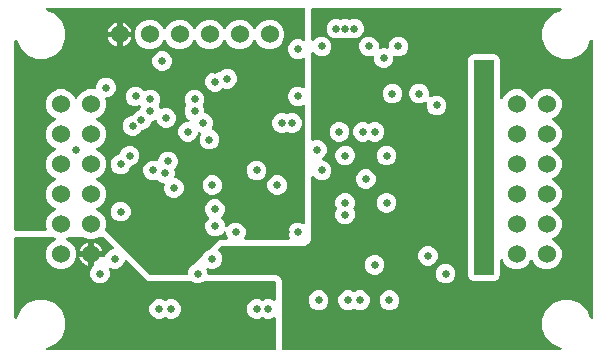
<source format=gbr>
G04 EAGLE Gerber RS-274X export*
G75*
%MOMM*%
%FSLAX34Y34*%
%LPD*%
%INCopper Layer 3*%
%IPPOS*%
%AMOC8*
5,1,8,0,0,1.08239X$1,22.5*%
G01*
%ADD10C,1.524000*%
%ADD11C,0.654800*%

G36*
X467037Y-4990D02*
X467037Y-4990D01*
X467109Y-4991D01*
X467193Y-4970D01*
X467280Y-4959D01*
X467346Y-4933D01*
X467415Y-4916D01*
X467492Y-4875D01*
X467573Y-4842D01*
X467630Y-4800D01*
X467693Y-4767D01*
X467757Y-4707D01*
X467827Y-4656D01*
X467872Y-4601D01*
X467924Y-4552D01*
X467971Y-4479D01*
X468027Y-4411D01*
X468056Y-4347D01*
X468095Y-4287D01*
X468122Y-4204D01*
X468158Y-4125D01*
X468171Y-4055D01*
X468193Y-3987D01*
X468199Y-3900D01*
X468214Y-3814D01*
X468209Y-3743D01*
X468214Y-3672D01*
X468197Y-3587D01*
X468191Y-3500D01*
X468168Y-3432D01*
X468154Y-3362D01*
X468117Y-3284D01*
X468089Y-3201D01*
X468050Y-3141D01*
X468019Y-3077D01*
X467964Y-3010D01*
X467916Y-2937D01*
X467863Y-2890D01*
X467817Y-2835D01*
X467767Y-2802D01*
X467682Y-2726D01*
X467492Y-2626D01*
X467445Y-2596D01*
X460887Y120D01*
X455120Y5887D01*
X451999Y13422D01*
X451999Y21578D01*
X455120Y29113D01*
X460887Y34880D01*
X468422Y38001D01*
X476578Y38001D01*
X484113Y34880D01*
X489880Y29113D01*
X492596Y22555D01*
X492631Y22493D01*
X492658Y22427D01*
X492709Y22357D01*
X492752Y22281D01*
X492802Y22230D01*
X492844Y22173D01*
X492912Y22118D01*
X492973Y22055D01*
X493033Y22019D01*
X493089Y21973D01*
X493168Y21937D01*
X493242Y21892D01*
X493311Y21871D01*
X493375Y21842D01*
X493461Y21826D01*
X493545Y21801D01*
X493616Y21798D01*
X493686Y21786D01*
X493773Y21792D01*
X493860Y21789D01*
X493929Y21804D01*
X494000Y21809D01*
X494083Y21838D01*
X494168Y21856D01*
X494232Y21888D01*
X494299Y21911D01*
X494372Y21959D01*
X494450Y21998D01*
X494503Y22045D01*
X494563Y22084D01*
X494621Y22149D01*
X494687Y22207D01*
X494727Y22266D01*
X494774Y22318D01*
X494815Y22396D01*
X494864Y22468D01*
X494888Y22535D01*
X494921Y22598D01*
X494932Y22657D01*
X494970Y22765D01*
X494989Y22978D01*
X494999Y23033D01*
X494999Y256967D01*
X494990Y257037D01*
X494991Y257109D01*
X494970Y257193D01*
X494959Y257280D01*
X494933Y257346D01*
X494916Y257415D01*
X494875Y257492D01*
X494842Y257573D01*
X494800Y257630D01*
X494767Y257693D01*
X494707Y257757D01*
X494656Y257827D01*
X494601Y257872D01*
X494552Y257924D01*
X494479Y257971D01*
X494411Y258027D01*
X494347Y258056D01*
X494287Y258095D01*
X494204Y258122D01*
X494125Y258158D01*
X494055Y258171D01*
X493987Y258193D01*
X493900Y258199D01*
X493814Y258214D01*
X493743Y258209D01*
X493672Y258214D01*
X493587Y258197D01*
X493500Y258191D01*
X493432Y258168D01*
X493362Y258154D01*
X493284Y258117D01*
X493201Y258089D01*
X493141Y258050D01*
X493077Y258019D01*
X493010Y257964D01*
X492937Y257916D01*
X492890Y257863D01*
X492835Y257817D01*
X492802Y257767D01*
X492726Y257682D01*
X492626Y257492D01*
X492596Y257445D01*
X489880Y250887D01*
X484113Y245120D01*
X476578Y241999D01*
X468422Y241999D01*
X460887Y245120D01*
X455120Y250887D01*
X451999Y258422D01*
X451999Y266578D01*
X455120Y274113D01*
X460887Y279880D01*
X467445Y282596D01*
X467507Y282631D01*
X467573Y282658D01*
X467643Y282709D01*
X467719Y282752D01*
X467770Y282802D01*
X467827Y282844D01*
X467882Y282912D01*
X467945Y282973D01*
X467981Y283033D01*
X468027Y283089D01*
X468063Y283168D01*
X468108Y283242D01*
X468129Y283311D01*
X468158Y283375D01*
X468174Y283461D01*
X468199Y283545D01*
X468202Y283616D01*
X468214Y283686D01*
X468208Y283773D01*
X468211Y283860D01*
X468196Y283929D01*
X468191Y284000D01*
X468162Y284083D01*
X468144Y284168D01*
X468112Y284232D01*
X468089Y284299D01*
X468041Y284372D01*
X468002Y284450D01*
X467955Y284503D01*
X467916Y284563D01*
X467851Y284621D01*
X467793Y284687D01*
X467734Y284727D01*
X467682Y284774D01*
X467604Y284815D01*
X467532Y284864D01*
X467465Y284888D01*
X467402Y284921D01*
X467343Y284932D01*
X467235Y284970D01*
X467022Y284989D01*
X466967Y284999D01*
X257500Y284999D01*
X257375Y284983D01*
X257250Y284974D01*
X257219Y284963D01*
X257187Y284959D01*
X257070Y284913D01*
X256951Y284872D01*
X256924Y284854D01*
X256894Y284842D01*
X256793Y284768D01*
X256687Y284699D01*
X256666Y284675D01*
X256640Y284656D01*
X256560Y284558D01*
X256476Y284465D01*
X256461Y284436D01*
X256440Y284411D01*
X256387Y284297D01*
X256329Y284186D01*
X256325Y284160D01*
X256308Y284125D01*
X256252Y283814D01*
X256255Y283775D01*
X256251Y283750D01*
X256251Y258469D01*
X256269Y258329D01*
X256283Y258187D01*
X256289Y258172D01*
X256291Y258156D01*
X256343Y258025D01*
X256392Y257891D01*
X256402Y257878D01*
X256408Y257863D01*
X256491Y257749D01*
X256572Y257632D01*
X256585Y257622D01*
X256594Y257609D01*
X256704Y257519D01*
X256812Y257426D01*
X256826Y257419D01*
X256839Y257409D01*
X256968Y257350D01*
X257095Y257287D01*
X257111Y257284D01*
X257125Y257277D01*
X257265Y257252D01*
X257404Y257223D01*
X257420Y257224D01*
X257436Y257221D01*
X257577Y257232D01*
X257719Y257239D01*
X257734Y257244D01*
X257750Y257245D01*
X257885Y257291D01*
X258020Y257333D01*
X258031Y257341D01*
X258049Y257347D01*
X258313Y257520D01*
X258353Y257564D01*
X258383Y257586D01*
X260313Y259515D01*
X263354Y260775D01*
X266646Y260775D01*
X269687Y259515D01*
X272015Y257187D01*
X273275Y254146D01*
X273275Y250854D01*
X272015Y247813D01*
X269687Y245485D01*
X266646Y244225D01*
X263354Y244225D01*
X260313Y245485D01*
X258383Y247414D01*
X258271Y247501D01*
X258161Y247591D01*
X258147Y247598D01*
X258134Y247608D01*
X258004Y247663D01*
X257875Y247723D01*
X257859Y247726D01*
X257844Y247732D01*
X257703Y247754D01*
X257564Y247779D01*
X257548Y247777D01*
X257532Y247780D01*
X257391Y247766D01*
X257250Y247755D01*
X257234Y247750D01*
X257218Y247748D01*
X257086Y247699D01*
X256951Y247653D01*
X256937Y247644D01*
X256922Y247639D01*
X256807Y247558D01*
X256687Y247480D01*
X256676Y247468D01*
X256663Y247459D01*
X256571Y247352D01*
X256476Y247246D01*
X256468Y247232D01*
X256458Y247219D01*
X256395Y247092D01*
X256329Y246967D01*
X256327Y246954D01*
X256318Y246936D01*
X256254Y246627D01*
X256257Y246568D01*
X256251Y246531D01*
X256251Y173882D01*
X256258Y173827D01*
X256256Y173772D01*
X256278Y173672D01*
X256291Y173569D01*
X256311Y173518D01*
X256323Y173464D01*
X256369Y173372D01*
X256408Y173276D01*
X256440Y173232D01*
X256465Y173182D01*
X256533Y173105D01*
X256594Y173022D01*
X256637Y172987D01*
X256673Y172945D01*
X256759Y172888D01*
X256839Y172822D01*
X256889Y172799D01*
X256934Y172768D01*
X257031Y172734D01*
X257125Y172690D01*
X257180Y172681D01*
X257231Y172662D01*
X257334Y172653D01*
X257436Y172635D01*
X257491Y172639D01*
X257546Y172634D01*
X257609Y172648D01*
X257750Y172658D01*
X257914Y172714D01*
X257978Y172728D01*
X259298Y173275D01*
X262590Y173275D01*
X265631Y172015D01*
X267959Y169687D01*
X269219Y166646D01*
X269219Y163354D01*
X267959Y160313D01*
X265554Y157907D01*
X265467Y157796D01*
X265377Y157685D01*
X265370Y157671D01*
X265360Y157658D01*
X265305Y157528D01*
X265245Y157399D01*
X265242Y157383D01*
X265236Y157368D01*
X265214Y157227D01*
X265189Y157088D01*
X265191Y157072D01*
X265188Y157056D01*
X265202Y156915D01*
X265213Y156774D01*
X265218Y156758D01*
X265220Y156742D01*
X265269Y156610D01*
X265315Y156475D01*
X265324Y156461D01*
X265329Y156446D01*
X265410Y156330D01*
X265488Y156211D01*
X265500Y156200D01*
X265509Y156187D01*
X265616Y156095D01*
X265722Y156000D01*
X265736Y155992D01*
X265749Y155982D01*
X265876Y155919D01*
X266001Y155853D01*
X266014Y155851D01*
X266032Y155842D01*
X266341Y155778D01*
X266400Y155781D01*
X266437Y155775D01*
X266646Y155775D01*
X269687Y154515D01*
X272015Y152187D01*
X273275Y149146D01*
X273275Y145854D01*
X272015Y142813D01*
X269687Y140485D01*
X266646Y139225D01*
X263354Y139225D01*
X260313Y140485D01*
X258383Y142414D01*
X258271Y142501D01*
X258161Y142591D01*
X258147Y142598D01*
X258134Y142608D01*
X258004Y142663D01*
X257875Y142723D01*
X257859Y142726D01*
X257844Y142732D01*
X257703Y142754D01*
X257564Y142779D01*
X257548Y142777D01*
X257532Y142780D01*
X257391Y142766D01*
X257250Y142755D01*
X257234Y142750D01*
X257218Y142748D01*
X257086Y142699D01*
X256951Y142653D01*
X256937Y142644D01*
X256922Y142639D01*
X256807Y142558D01*
X256687Y142480D01*
X256676Y142468D01*
X256663Y142459D01*
X256571Y142352D01*
X256476Y142246D01*
X256468Y142232D01*
X256458Y142219D01*
X256395Y142092D01*
X256329Y141967D01*
X256327Y141954D01*
X256318Y141936D01*
X256254Y141627D01*
X256257Y141568D01*
X256251Y141531D01*
X256251Y88757D01*
X255299Y86459D01*
X253541Y84701D01*
X251243Y83749D01*
X180607Y83749D01*
X180498Y83735D01*
X180388Y83730D01*
X180342Y83716D01*
X180294Y83709D01*
X180192Y83669D01*
X180087Y83636D01*
X180056Y83614D01*
X180001Y83592D01*
X179746Y83406D01*
X179734Y83391D01*
X179723Y83383D01*
X177404Y81065D01*
X177327Y80965D01*
X177245Y80870D01*
X177231Y80841D01*
X177211Y80815D01*
X177161Y80699D01*
X177106Y80586D01*
X177100Y80555D01*
X177087Y80525D01*
X177068Y80401D01*
X177042Y80277D01*
X177044Y80245D01*
X177039Y80213D01*
X177052Y80088D01*
X177058Y79962D01*
X177067Y79932D01*
X177071Y79899D01*
X177114Y79781D01*
X177152Y79661D01*
X177167Y79640D01*
X177180Y79603D01*
X177360Y79344D01*
X177390Y79319D01*
X177404Y79298D01*
X179515Y77187D01*
X180775Y74146D01*
X180775Y70854D01*
X179515Y67813D01*
X177187Y65485D01*
X174146Y64225D01*
X170854Y64225D01*
X169237Y64895D01*
X169100Y64932D01*
X168965Y64973D01*
X168948Y64974D01*
X168933Y64978D01*
X168791Y64980D01*
X168649Y64985D01*
X168634Y64982D01*
X168617Y64982D01*
X168480Y64948D01*
X168341Y64918D01*
X168327Y64911D01*
X168311Y64907D01*
X168186Y64840D01*
X168059Y64776D01*
X168047Y64765D01*
X168033Y64757D01*
X167929Y64661D01*
X167823Y64567D01*
X167813Y64554D01*
X167802Y64543D01*
X167725Y64423D01*
X167645Y64306D01*
X167640Y64291D01*
X167631Y64278D01*
X167587Y64142D01*
X167539Y64009D01*
X167538Y63993D01*
X167533Y63978D01*
X167524Y63836D01*
X167511Y63695D01*
X167514Y63682D01*
X167512Y63663D01*
X167546Y63486D01*
X167548Y63459D01*
X167555Y63439D01*
X167572Y63353D01*
X167597Y63299D01*
X167605Y63263D01*
X168275Y61646D01*
X168275Y60000D01*
X168291Y59875D01*
X168300Y59750D01*
X168311Y59719D01*
X168315Y59687D01*
X168361Y59570D01*
X168402Y59451D01*
X168420Y59424D01*
X168432Y59394D01*
X168506Y59293D01*
X168575Y59187D01*
X168599Y59166D01*
X168618Y59140D01*
X168716Y59060D01*
X168809Y58976D01*
X168838Y58961D01*
X168863Y58940D01*
X168977Y58887D01*
X169088Y58829D01*
X169114Y58825D01*
X169149Y58808D01*
X169460Y58752D01*
X169499Y58755D01*
X169524Y58751D01*
X226243Y58751D01*
X228541Y57799D01*
X230299Y56041D01*
X231251Y53743D01*
X231251Y-3750D01*
X231267Y-3875D01*
X231276Y-4000D01*
X231287Y-4031D01*
X231291Y-4063D01*
X231337Y-4180D01*
X231378Y-4299D01*
X231396Y-4326D01*
X231408Y-4356D01*
X231482Y-4457D01*
X231551Y-4563D01*
X231575Y-4584D01*
X231594Y-4610D01*
X231692Y-4690D01*
X231785Y-4774D01*
X231814Y-4789D01*
X231839Y-4810D01*
X231953Y-4863D01*
X232064Y-4921D01*
X232090Y-4925D01*
X232125Y-4942D01*
X232436Y-4998D01*
X232475Y-4995D01*
X232500Y-4999D01*
X466967Y-4999D01*
X467037Y-4990D01*
G37*
G36*
X150601Y58767D02*
X150601Y58767D01*
X150726Y58776D01*
X150757Y58787D01*
X150789Y58791D01*
X150906Y58837D01*
X151025Y58878D01*
X151052Y58896D01*
X151082Y58908D01*
X151183Y58982D01*
X151289Y59051D01*
X151310Y59075D01*
X151336Y59094D01*
X151416Y59192D01*
X151500Y59285D01*
X151515Y59314D01*
X151536Y59339D01*
X151589Y59453D01*
X151647Y59564D01*
X151651Y59590D01*
X151668Y59625D01*
X151724Y59936D01*
X151721Y59975D01*
X151725Y60000D01*
X151725Y61646D01*
X152985Y64687D01*
X155313Y67015D01*
X156737Y67605D01*
X156757Y67616D01*
X156779Y67623D01*
X156808Y67643D01*
X156830Y67652D01*
X156867Y67679D01*
X157011Y67762D01*
X157093Y67842D01*
X157143Y67876D01*
X164624Y75357D01*
X164638Y75376D01*
X164656Y75390D01*
X164686Y75438D01*
X164713Y75472D01*
X164800Y75579D01*
X164807Y75593D01*
X164817Y75607D01*
X164863Y75712D01*
X164895Y75763D01*
X165485Y77187D01*
X167813Y79515D01*
X169237Y80105D01*
X169257Y80116D01*
X169279Y80123D01*
X169307Y80143D01*
X169312Y80145D01*
X169331Y80159D01*
X169511Y80262D01*
X169593Y80342D01*
X169643Y80376D01*
X178017Y88751D01*
X184262Y88751D01*
X184317Y88758D01*
X184372Y88756D01*
X184473Y88778D01*
X184575Y88791D01*
X184627Y88811D01*
X184680Y88823D01*
X184773Y88869D01*
X184868Y88908D01*
X184913Y88940D01*
X184962Y88965D01*
X185039Y89033D01*
X185123Y89094D01*
X185158Y89137D01*
X185199Y89173D01*
X185257Y89259D01*
X185322Y89339D01*
X185345Y89389D01*
X185376Y89434D01*
X185411Y89531D01*
X185454Y89625D01*
X185464Y89680D01*
X185482Y89732D01*
X185492Y89834D01*
X185510Y89936D01*
X185506Y89991D01*
X185511Y90046D01*
X185497Y90109D01*
X185486Y90250D01*
X185430Y90414D01*
X185417Y90478D01*
X184225Y93354D01*
X184225Y94507D01*
X184207Y94647D01*
X184193Y94789D01*
X184187Y94804D01*
X184185Y94820D01*
X184133Y94952D01*
X184084Y95085D01*
X184074Y95098D01*
X184068Y95113D01*
X183984Y95228D01*
X183904Y95344D01*
X183891Y95354D01*
X183882Y95367D01*
X183772Y95457D01*
X183664Y95550D01*
X183650Y95557D01*
X183637Y95567D01*
X183508Y95626D01*
X183381Y95689D01*
X183365Y95692D01*
X183351Y95699D01*
X183211Y95724D01*
X183072Y95753D01*
X183056Y95752D01*
X183040Y95755D01*
X182899Y95744D01*
X182757Y95737D01*
X182742Y95732D01*
X182726Y95731D01*
X182591Y95685D01*
X182456Y95643D01*
X182445Y95635D01*
X182427Y95629D01*
X182163Y95456D01*
X182123Y95412D01*
X182093Y95390D01*
X179687Y92985D01*
X176646Y91725D01*
X173354Y91725D01*
X170313Y92985D01*
X167985Y95313D01*
X166725Y98354D01*
X166725Y101646D01*
X167985Y104687D01*
X169606Y106308D01*
X169683Y106408D01*
X169765Y106503D01*
X169780Y106532D01*
X169799Y106558D01*
X169849Y106674D01*
X169905Y106787D01*
X169911Y106818D01*
X169924Y106848D01*
X169943Y106972D01*
X169968Y107095D01*
X169967Y107128D01*
X169972Y107160D01*
X169959Y107285D01*
X169953Y107411D01*
X169943Y107441D01*
X169940Y107474D01*
X169896Y107592D01*
X169859Y107712D01*
X169844Y107733D01*
X169830Y107769D01*
X169650Y108029D01*
X169621Y108054D01*
X169606Y108075D01*
X167677Y110004D01*
X166417Y113046D01*
X166417Y116338D01*
X167677Y119379D01*
X170004Y121707D01*
X173046Y122967D01*
X176338Y122967D01*
X179379Y121707D01*
X181707Y119379D01*
X182967Y116338D01*
X182967Y113046D01*
X181707Y110004D01*
X180086Y108383D01*
X180009Y108284D01*
X179926Y108188D01*
X179912Y108159D01*
X179892Y108134D01*
X179843Y108018D01*
X179787Y107905D01*
X179781Y107874D01*
X179768Y107844D01*
X179749Y107719D01*
X179723Y107596D01*
X179725Y107564D01*
X179720Y107532D01*
X179733Y107407D01*
X179739Y107281D01*
X179749Y107250D01*
X179752Y107218D01*
X179796Y107100D01*
X179833Y106980D01*
X179848Y106959D01*
X179861Y106922D01*
X180041Y106663D01*
X180071Y106638D01*
X180086Y106617D01*
X182015Y104687D01*
X183275Y101646D01*
X183275Y100493D01*
X183293Y100353D01*
X183307Y100211D01*
X183313Y100196D01*
X183315Y100180D01*
X183367Y100048D01*
X183416Y99915D01*
X183426Y99902D01*
X183432Y99887D01*
X183516Y99772D01*
X183596Y99656D01*
X183609Y99646D01*
X183618Y99633D01*
X183728Y99543D01*
X183836Y99450D01*
X183850Y99443D01*
X183863Y99433D01*
X183992Y99374D01*
X184119Y99311D01*
X184135Y99308D01*
X184149Y99301D01*
X184289Y99276D01*
X184428Y99247D01*
X184444Y99248D01*
X184460Y99245D01*
X184601Y99256D01*
X184743Y99263D01*
X184758Y99268D01*
X184774Y99269D01*
X184909Y99315D01*
X185044Y99357D01*
X185055Y99365D01*
X185073Y99371D01*
X185337Y99544D01*
X185377Y99588D01*
X185407Y99610D01*
X187813Y102015D01*
X190854Y103275D01*
X194146Y103275D01*
X197187Y102015D01*
X199515Y99687D01*
X200775Y96646D01*
X200775Y93354D01*
X199583Y90478D01*
X199569Y90425D01*
X199546Y90375D01*
X199528Y90273D01*
X199500Y90174D01*
X199500Y90118D01*
X199490Y90064D01*
X199498Y89961D01*
X199496Y89858D01*
X199510Y89805D01*
X199514Y89750D01*
X199547Y89652D01*
X199572Y89552D01*
X199598Y89503D01*
X199615Y89451D01*
X199672Y89365D01*
X199721Y89274D01*
X199758Y89234D01*
X199789Y89187D01*
X199865Y89118D01*
X199935Y89042D01*
X199982Y89013D01*
X200023Y88976D01*
X200114Y88928D01*
X200201Y88872D01*
X200253Y88855D01*
X200302Y88829D01*
X200366Y88818D01*
X200501Y88773D01*
X200673Y88762D01*
X200738Y88751D01*
X236762Y88751D01*
X236817Y88758D01*
X236872Y88756D01*
X236973Y88778D01*
X237075Y88791D01*
X237127Y88811D01*
X237180Y88823D01*
X237273Y88869D01*
X237368Y88908D01*
X237413Y88940D01*
X237462Y88965D01*
X237539Y89033D01*
X237623Y89094D01*
X237658Y89137D01*
X237699Y89173D01*
X237757Y89259D01*
X237822Y89339D01*
X237845Y89389D01*
X237876Y89434D01*
X237911Y89531D01*
X237954Y89625D01*
X237964Y89680D01*
X237982Y89732D01*
X237992Y89834D01*
X238010Y89936D01*
X238006Y89991D01*
X238011Y90046D01*
X237997Y90109D01*
X237986Y90250D01*
X237930Y90414D01*
X237917Y90478D01*
X236725Y93354D01*
X236725Y96646D01*
X237985Y99687D01*
X240313Y102015D01*
X243354Y103275D01*
X246646Y103275D01*
X249522Y102083D01*
X249575Y102069D01*
X249625Y102046D01*
X249727Y102028D01*
X249826Y102000D01*
X249882Y102000D01*
X249936Y101990D01*
X250039Y101998D01*
X250142Y101996D01*
X250195Y102010D01*
X250250Y102014D01*
X250348Y102047D01*
X250448Y102072D01*
X250497Y102098D01*
X250549Y102115D01*
X250635Y102172D01*
X250726Y102221D01*
X250767Y102258D01*
X250813Y102289D01*
X250882Y102365D01*
X250958Y102435D01*
X250987Y102482D01*
X251024Y102523D01*
X251072Y102614D01*
X251128Y102701D01*
X251145Y102753D01*
X251171Y102802D01*
X251182Y102866D01*
X251227Y103001D01*
X251238Y103173D01*
X251249Y103238D01*
X251249Y201762D01*
X251242Y201817D01*
X251244Y201872D01*
X251222Y201973D01*
X251209Y202075D01*
X251189Y202127D01*
X251177Y202180D01*
X251131Y202273D01*
X251092Y202368D01*
X251060Y202413D01*
X251035Y202462D01*
X250967Y202539D01*
X250906Y202623D01*
X250863Y202658D01*
X250827Y202699D01*
X250741Y202757D01*
X250661Y202822D01*
X250611Y202845D01*
X250566Y202876D01*
X250469Y202911D01*
X250375Y202954D01*
X250320Y202964D01*
X250269Y202982D01*
X250166Y202992D01*
X250064Y203010D01*
X250009Y203006D01*
X249954Y203011D01*
X249891Y202997D01*
X249750Y202986D01*
X249586Y202930D01*
X249522Y202917D01*
X246646Y201725D01*
X243354Y201725D01*
X240313Y202985D01*
X237985Y205313D01*
X236725Y208354D01*
X236725Y211646D01*
X237985Y214687D01*
X240313Y217015D01*
X243354Y218275D01*
X246646Y218275D01*
X249522Y217083D01*
X249575Y217069D01*
X249625Y217046D01*
X249727Y217028D01*
X249826Y217000D01*
X249882Y217000D01*
X249936Y216990D01*
X250039Y216998D01*
X250142Y216996D01*
X250195Y217010D01*
X250250Y217014D01*
X250348Y217047D01*
X250448Y217072D01*
X250497Y217098D01*
X250549Y217115D01*
X250635Y217172D01*
X250726Y217221D01*
X250767Y217258D01*
X250813Y217289D01*
X250882Y217365D01*
X250958Y217435D01*
X250987Y217482D01*
X251024Y217523D01*
X251072Y217614D01*
X251128Y217701D01*
X251145Y217753D01*
X251171Y217802D01*
X251182Y217866D01*
X251227Y218001D01*
X251238Y218173D01*
X251249Y218238D01*
X251249Y241762D01*
X251242Y241817D01*
X251244Y241872D01*
X251222Y241973D01*
X251209Y242075D01*
X251189Y242127D01*
X251177Y242180D01*
X251131Y242273D01*
X251092Y242368D01*
X251060Y242413D01*
X251035Y242462D01*
X250967Y242539D01*
X250906Y242623D01*
X250863Y242658D01*
X250827Y242699D01*
X250741Y242757D01*
X250661Y242822D01*
X250611Y242845D01*
X250566Y242876D01*
X250469Y242911D01*
X250375Y242954D01*
X250320Y242964D01*
X250269Y242982D01*
X250166Y242992D01*
X250064Y243010D01*
X250009Y243006D01*
X249954Y243011D01*
X249891Y242997D01*
X249750Y242986D01*
X249586Y242930D01*
X249522Y242917D01*
X246646Y241725D01*
X243354Y241725D01*
X240313Y242985D01*
X237985Y245313D01*
X236725Y248354D01*
X236725Y251646D01*
X237985Y254687D01*
X240313Y257015D01*
X243354Y258275D01*
X246646Y258275D01*
X249522Y257083D01*
X249575Y257069D01*
X249625Y257046D01*
X249727Y257028D01*
X249826Y257000D01*
X249882Y257000D01*
X249936Y256990D01*
X250039Y256998D01*
X250142Y256996D01*
X250195Y257010D01*
X250250Y257014D01*
X250348Y257047D01*
X250448Y257072D01*
X250497Y257098D01*
X250549Y257115D01*
X250635Y257172D01*
X250726Y257221D01*
X250767Y257258D01*
X250813Y257289D01*
X250882Y257365D01*
X250958Y257435D01*
X250987Y257482D01*
X251024Y257523D01*
X251072Y257614D01*
X251128Y257701D01*
X251145Y257753D01*
X251171Y257802D01*
X251182Y257866D01*
X251227Y258001D01*
X251238Y258173D01*
X251249Y258238D01*
X251249Y283750D01*
X251233Y283875D01*
X251224Y284000D01*
X251213Y284031D01*
X251209Y284063D01*
X251163Y284180D01*
X251122Y284299D01*
X251104Y284326D01*
X251092Y284356D01*
X251018Y284457D01*
X250949Y284563D01*
X250925Y284584D01*
X250906Y284610D01*
X250808Y284690D01*
X250715Y284774D01*
X250686Y284789D01*
X250661Y284810D01*
X250547Y284863D01*
X250436Y284921D01*
X250410Y284925D01*
X250375Y284942D01*
X250064Y284998D01*
X250025Y284995D01*
X250000Y284999D01*
X33033Y284999D01*
X32963Y284990D01*
X32891Y284991D01*
X32807Y284970D01*
X32720Y284959D01*
X32654Y284933D01*
X32585Y284916D01*
X32508Y284875D01*
X32427Y284842D01*
X32370Y284800D01*
X32307Y284767D01*
X32243Y284707D01*
X32173Y284656D01*
X32128Y284601D01*
X32076Y284552D01*
X32029Y284479D01*
X31973Y284411D01*
X31944Y284347D01*
X31905Y284287D01*
X31878Y284204D01*
X31842Y284125D01*
X31829Y284055D01*
X31807Y283987D01*
X31801Y283900D01*
X31786Y283814D01*
X31791Y283743D01*
X31786Y283672D01*
X31803Y283587D01*
X31809Y283500D01*
X31832Y283432D01*
X31846Y283362D01*
X31883Y283284D01*
X31911Y283201D01*
X31950Y283141D01*
X31981Y283077D01*
X32036Y283010D01*
X32084Y282937D01*
X32137Y282890D01*
X32183Y282835D01*
X32233Y282802D01*
X32318Y282726D01*
X32508Y282626D01*
X32555Y282596D01*
X39113Y279880D01*
X44880Y274113D01*
X48001Y266578D01*
X48001Y258422D01*
X44880Y250887D01*
X39113Y245120D01*
X31578Y241999D01*
X23422Y241999D01*
X15887Y245120D01*
X10120Y250887D01*
X7404Y257445D01*
X7369Y257507D01*
X7342Y257573D01*
X7291Y257643D01*
X7248Y257719D01*
X7198Y257770D01*
X7156Y257827D01*
X7088Y257882D01*
X7027Y257945D01*
X6967Y257981D01*
X6911Y258027D01*
X6832Y258063D01*
X6758Y258108D01*
X6689Y258129D01*
X6625Y258158D01*
X6539Y258174D01*
X6455Y258199D01*
X6384Y258202D01*
X6314Y258214D01*
X6227Y258208D01*
X6140Y258211D01*
X6071Y258196D01*
X6000Y258191D01*
X5917Y258162D01*
X5832Y258144D01*
X5768Y258112D01*
X5701Y258089D01*
X5628Y258041D01*
X5550Y258002D01*
X5497Y257955D01*
X5437Y257916D01*
X5379Y257851D01*
X5313Y257793D01*
X5273Y257734D01*
X5226Y257682D01*
X5185Y257604D01*
X5136Y257532D01*
X5112Y257465D01*
X5079Y257402D01*
X5068Y257343D01*
X5030Y257235D01*
X5011Y257022D01*
X5001Y256967D01*
X5001Y97500D01*
X5017Y97375D01*
X5026Y97250D01*
X5037Y97219D01*
X5041Y97187D01*
X5087Y97070D01*
X5128Y96951D01*
X5146Y96924D01*
X5158Y96894D01*
X5232Y96793D01*
X5301Y96687D01*
X5325Y96666D01*
X5344Y96640D01*
X5442Y96560D01*
X5535Y96476D01*
X5564Y96461D01*
X5589Y96440D01*
X5703Y96387D01*
X5814Y96329D01*
X5840Y96325D01*
X5875Y96308D01*
X6186Y96252D01*
X6225Y96255D01*
X6250Y96251D01*
X31160Y96251D01*
X31215Y96258D01*
X31270Y96256D01*
X31370Y96278D01*
X31473Y96291D01*
X31524Y96311D01*
X31578Y96323D01*
X31670Y96369D01*
X31766Y96408D01*
X31810Y96440D01*
X31859Y96465D01*
X31937Y96533D01*
X32020Y96594D01*
X32055Y96637D01*
X32096Y96673D01*
X32154Y96759D01*
X32220Y96839D01*
X32243Y96889D01*
X32274Y96934D01*
X32308Y97031D01*
X32352Y97125D01*
X32361Y97180D01*
X32380Y97231D01*
X32389Y97334D01*
X32407Y97436D01*
X32403Y97491D01*
X32408Y97546D01*
X32394Y97609D01*
X32384Y97750D01*
X32328Y97914D01*
X32314Y97978D01*
X31729Y99390D01*
X31729Y104410D01*
X33651Y109049D01*
X37201Y112599D01*
X39245Y113446D01*
X39368Y113516D01*
X39493Y113583D01*
X39504Y113594D01*
X39518Y113602D01*
X39620Y113702D01*
X39724Y113798D01*
X39733Y113811D01*
X39744Y113823D01*
X39818Y113944D01*
X39895Y114063D01*
X39900Y114079D01*
X39908Y114092D01*
X39949Y114228D01*
X39993Y114363D01*
X39994Y114379D01*
X39999Y114395D01*
X40004Y114536D01*
X40013Y114678D01*
X40010Y114694D01*
X40011Y114710D01*
X39981Y114849D01*
X39954Y114988D01*
X39947Y115002D01*
X39944Y115018D01*
X39879Y115145D01*
X39819Y115273D01*
X39809Y115285D01*
X39801Y115300D01*
X39708Y115406D01*
X39617Y115515D01*
X39606Y115522D01*
X39593Y115537D01*
X39332Y115714D01*
X39276Y115734D01*
X39245Y115754D01*
X37201Y116601D01*
X33651Y120151D01*
X31729Y124790D01*
X31729Y129810D01*
X33651Y134449D01*
X37201Y137999D01*
X39245Y138846D01*
X39368Y138916D01*
X39493Y138983D01*
X39504Y138994D01*
X39518Y139002D01*
X39620Y139102D01*
X39724Y139198D01*
X39733Y139211D01*
X39744Y139223D01*
X39818Y139344D01*
X39895Y139463D01*
X39900Y139479D01*
X39908Y139492D01*
X39949Y139628D01*
X39993Y139763D01*
X39994Y139779D01*
X39999Y139795D01*
X40004Y139936D01*
X40013Y140078D01*
X40010Y140094D01*
X40011Y140110D01*
X39981Y140249D01*
X39954Y140388D01*
X39947Y140402D01*
X39944Y140418D01*
X39879Y140545D01*
X39819Y140673D01*
X39809Y140685D01*
X39801Y140700D01*
X39708Y140806D01*
X39617Y140915D01*
X39606Y140922D01*
X39593Y140937D01*
X39332Y141114D01*
X39276Y141134D01*
X39245Y141154D01*
X37201Y142001D01*
X33651Y145551D01*
X31729Y150190D01*
X31729Y155210D01*
X33651Y159849D01*
X37201Y163399D01*
X39245Y164246D01*
X39368Y164316D01*
X39493Y164383D01*
X39504Y164394D01*
X39518Y164402D01*
X39620Y164502D01*
X39724Y164598D01*
X39733Y164611D01*
X39744Y164623D01*
X39818Y164744D01*
X39895Y164863D01*
X39900Y164879D01*
X39908Y164892D01*
X39949Y165028D01*
X39993Y165163D01*
X39994Y165179D01*
X39999Y165195D01*
X40004Y165336D01*
X40013Y165478D01*
X40010Y165494D01*
X40011Y165510D01*
X39981Y165649D01*
X39954Y165788D01*
X39947Y165802D01*
X39944Y165818D01*
X39879Y165945D01*
X39819Y166073D01*
X39809Y166085D01*
X39801Y166100D01*
X39708Y166206D01*
X39617Y166315D01*
X39606Y166322D01*
X39593Y166337D01*
X39332Y166514D01*
X39276Y166534D01*
X39245Y166554D01*
X37201Y167401D01*
X33651Y170951D01*
X31729Y175590D01*
X31729Y180610D01*
X33651Y185249D01*
X37201Y188799D01*
X39245Y189646D01*
X39368Y189716D01*
X39493Y189783D01*
X39504Y189794D01*
X39518Y189802D01*
X39620Y189902D01*
X39724Y189998D01*
X39733Y190011D01*
X39744Y190023D01*
X39818Y190144D01*
X39895Y190263D01*
X39900Y190279D01*
X39908Y190292D01*
X39949Y190428D01*
X39993Y190563D01*
X39994Y190579D01*
X39999Y190595D01*
X40004Y190736D01*
X40013Y190878D01*
X40010Y190894D01*
X40011Y190910D01*
X39981Y191049D01*
X39954Y191188D01*
X39947Y191202D01*
X39944Y191218D01*
X39879Y191345D01*
X39819Y191473D01*
X39809Y191485D01*
X39801Y191500D01*
X39708Y191606D01*
X39617Y191715D01*
X39606Y191722D01*
X39593Y191737D01*
X39332Y191914D01*
X39276Y191934D01*
X39245Y191954D01*
X37201Y192801D01*
X33651Y196351D01*
X31729Y200990D01*
X31729Y206010D01*
X33651Y210649D01*
X37201Y214199D01*
X41840Y216121D01*
X46860Y216121D01*
X51499Y214199D01*
X55049Y210649D01*
X55896Y208605D01*
X55966Y208482D01*
X56033Y208357D01*
X56044Y208346D01*
X56052Y208332D01*
X56152Y208230D01*
X56248Y208126D01*
X56261Y208117D01*
X56273Y208106D01*
X56394Y208032D01*
X56513Y207955D01*
X56529Y207950D01*
X56542Y207942D01*
X56678Y207901D01*
X56813Y207857D01*
X56829Y207856D01*
X56845Y207851D01*
X56986Y207846D01*
X57128Y207837D01*
X57144Y207840D01*
X57160Y207839D01*
X57299Y207869D01*
X57438Y207896D01*
X57452Y207903D01*
X57468Y207906D01*
X57595Y207971D01*
X57723Y208031D01*
X57735Y208041D01*
X57750Y208049D01*
X57856Y208142D01*
X57965Y208233D01*
X57972Y208244D01*
X57987Y208257D01*
X58164Y208518D01*
X58184Y208574D01*
X58204Y208605D01*
X59051Y210649D01*
X62601Y214199D01*
X67240Y216121D01*
X72260Y216121D01*
X72498Y216022D01*
X72551Y216008D01*
X72601Y215985D01*
X72703Y215967D01*
X72802Y215939D01*
X72858Y215939D01*
X72912Y215929D01*
X73015Y215937D01*
X73118Y215935D01*
X73171Y215948D01*
X73226Y215953D01*
X73324Y215986D01*
X73424Y216010D01*
X73473Y216037D01*
X73525Y216054D01*
X73611Y216111D01*
X73702Y216160D01*
X73743Y216197D01*
X73789Y216228D01*
X73858Y216304D01*
X73934Y216374D01*
X73963Y216421D01*
X74000Y216462D01*
X74048Y216553D01*
X74104Y216640D01*
X74121Y216692D01*
X74147Y216741D01*
X74158Y216805D01*
X74203Y216939D01*
X74214Y217112D01*
X74225Y217176D01*
X74225Y219146D01*
X75485Y222187D01*
X77813Y224515D01*
X80854Y225775D01*
X84146Y225775D01*
X87187Y224515D01*
X89515Y222187D01*
X90775Y219146D01*
X90775Y215854D01*
X89515Y212813D01*
X87187Y210485D01*
X84146Y209225D01*
X82909Y209225D01*
X82854Y209218D01*
X82799Y209220D01*
X82698Y209198D01*
X82596Y209185D01*
X82545Y209165D01*
X82491Y209153D01*
X82399Y209107D01*
X82303Y209068D01*
X82258Y209036D01*
X82209Y209011D01*
X82132Y208943D01*
X82048Y208882D01*
X82014Y208839D01*
X81972Y208803D01*
X81914Y208717D01*
X81849Y208637D01*
X81826Y208587D01*
X81795Y208542D01*
X81760Y208445D01*
X81717Y208351D01*
X81707Y208296D01*
X81689Y208245D01*
X81679Y208142D01*
X81661Y208040D01*
X81665Y207985D01*
X81660Y207930D01*
X81674Y207867D01*
X81685Y207726D01*
X81741Y207562D01*
X81755Y207498D01*
X82371Y206010D01*
X82371Y200990D01*
X80449Y196351D01*
X76899Y192801D01*
X74855Y191954D01*
X74732Y191884D01*
X74607Y191817D01*
X74596Y191806D01*
X74582Y191798D01*
X74480Y191699D01*
X74376Y191602D01*
X74367Y191589D01*
X74356Y191577D01*
X74282Y191456D01*
X74205Y191337D01*
X74200Y191321D01*
X74192Y191308D01*
X74151Y191171D01*
X74107Y191037D01*
X74106Y191021D01*
X74101Y191005D01*
X74096Y190864D01*
X74087Y190722D01*
X74090Y190706D01*
X74089Y190690D01*
X74119Y190551D01*
X74146Y190412D01*
X74153Y190398D01*
X74156Y190382D01*
X74221Y190255D01*
X74281Y190127D01*
X74291Y190115D01*
X74299Y190100D01*
X74392Y189994D01*
X74483Y189885D01*
X74494Y189878D01*
X74507Y189863D01*
X74768Y189686D01*
X74824Y189666D01*
X74855Y189646D01*
X76899Y188799D01*
X80449Y185249D01*
X82371Y180610D01*
X82371Y175590D01*
X80449Y170951D01*
X76899Y167401D01*
X74855Y166554D01*
X74732Y166484D01*
X74607Y166417D01*
X74596Y166406D01*
X74582Y166398D01*
X74480Y166299D01*
X74376Y166202D01*
X74367Y166189D01*
X74356Y166177D01*
X74282Y166056D01*
X74205Y165937D01*
X74200Y165921D01*
X74192Y165908D01*
X74151Y165772D01*
X74107Y165637D01*
X74106Y165621D01*
X74101Y165605D01*
X74096Y165464D01*
X74087Y165322D01*
X74090Y165306D01*
X74089Y165290D01*
X74119Y165151D01*
X74146Y165012D01*
X74153Y164998D01*
X74156Y164982D01*
X74220Y164856D01*
X74281Y164727D01*
X74291Y164715D01*
X74299Y164700D01*
X74392Y164594D01*
X74483Y164485D01*
X74494Y164478D01*
X74507Y164463D01*
X74768Y164286D01*
X74824Y164266D01*
X74855Y164246D01*
X76899Y163399D01*
X80449Y159849D01*
X82371Y155210D01*
X82371Y150190D01*
X80449Y145551D01*
X76899Y142001D01*
X74855Y141154D01*
X74732Y141084D01*
X74607Y141017D01*
X74596Y141006D01*
X74582Y140998D01*
X74480Y140899D01*
X74376Y140802D01*
X74367Y140789D01*
X74356Y140777D01*
X74282Y140656D01*
X74205Y140537D01*
X74200Y140521D01*
X74192Y140508D01*
X74151Y140372D01*
X74107Y140237D01*
X74106Y140221D01*
X74101Y140205D01*
X74096Y140064D01*
X74087Y139922D01*
X74090Y139906D01*
X74089Y139890D01*
X74119Y139751D01*
X74146Y139612D01*
X74153Y139598D01*
X74156Y139582D01*
X74220Y139456D01*
X74281Y139327D01*
X74291Y139315D01*
X74299Y139300D01*
X74392Y139194D01*
X74483Y139085D01*
X74494Y139078D01*
X74507Y139063D01*
X74768Y138886D01*
X74824Y138866D01*
X74855Y138846D01*
X76899Y137999D01*
X80449Y134449D01*
X82371Y129810D01*
X82371Y124790D01*
X80449Y120151D01*
X76899Y116601D01*
X74855Y115754D01*
X74732Y115684D01*
X74607Y115617D01*
X74596Y115606D01*
X74582Y115598D01*
X74480Y115499D01*
X74376Y115402D01*
X74367Y115389D01*
X74356Y115377D01*
X74282Y115256D01*
X74205Y115137D01*
X74200Y115121D01*
X74192Y115108D01*
X74151Y114972D01*
X74107Y114837D01*
X74106Y114821D01*
X74101Y114805D01*
X74096Y114664D01*
X74087Y114522D01*
X74090Y114506D01*
X74089Y114490D01*
X74119Y114351D01*
X74146Y114212D01*
X74153Y114198D01*
X74156Y114182D01*
X74220Y114056D01*
X74281Y113927D01*
X74291Y113915D01*
X74299Y113900D01*
X74392Y113794D01*
X74483Y113685D01*
X74494Y113678D01*
X74507Y113663D01*
X74768Y113486D01*
X74824Y113466D01*
X74855Y113446D01*
X76899Y112599D01*
X80449Y109049D01*
X82371Y104410D01*
X82371Y99390D01*
X81574Y97466D01*
X81541Y97345D01*
X81502Y97225D01*
X81499Y97193D01*
X81491Y97162D01*
X81489Y97035D01*
X81481Y96910D01*
X81487Y96878D01*
X81487Y96846D01*
X81517Y96724D01*
X81541Y96600D01*
X81554Y96571D01*
X81562Y96540D01*
X81622Y96429D01*
X81676Y96315D01*
X81696Y96290D01*
X81712Y96262D01*
X81797Y96170D01*
X81878Y96073D01*
X81899Y96059D01*
X81926Y96030D01*
X82191Y95860D01*
X82228Y95848D01*
X82250Y95834D01*
X83541Y95299D01*
X119723Y59117D01*
X119810Y59049D01*
X119892Y58976D01*
X119934Y58953D01*
X119973Y58923D01*
X120074Y58880D01*
X120171Y58829D01*
X120208Y58822D01*
X120263Y58799D01*
X120574Y58751D01*
X120594Y58753D01*
X120607Y58751D01*
X150476Y58751D01*
X150601Y58767D01*
G37*
G36*
X225125Y-4983D02*
X225125Y-4983D01*
X225250Y-4974D01*
X225281Y-4963D01*
X225313Y-4959D01*
X225430Y-4913D01*
X225549Y-4872D01*
X225576Y-4854D01*
X225606Y-4842D01*
X225707Y-4768D01*
X225813Y-4699D01*
X225834Y-4675D01*
X225860Y-4656D01*
X225940Y-4558D01*
X226024Y-4465D01*
X226039Y-4436D01*
X226060Y-4411D01*
X226113Y-4297D01*
X226171Y-4186D01*
X226175Y-4160D01*
X226192Y-4125D01*
X226248Y-3814D01*
X226245Y-3775D01*
X226249Y-3750D01*
X226249Y21762D01*
X226242Y21817D01*
X226244Y21872D01*
X226222Y21973D01*
X226209Y22075D01*
X226189Y22127D01*
X226177Y22180D01*
X226131Y22273D01*
X226092Y22368D01*
X226060Y22413D01*
X226035Y22462D01*
X225967Y22539D01*
X225906Y22623D01*
X225863Y22658D01*
X225827Y22699D01*
X225741Y22757D01*
X225661Y22822D01*
X225611Y22845D01*
X225566Y22876D01*
X225469Y22911D01*
X225375Y22954D01*
X225320Y22964D01*
X225269Y22982D01*
X225166Y22992D01*
X225064Y23010D01*
X225009Y23006D01*
X224954Y23011D01*
X224891Y22997D01*
X224750Y22986D01*
X224586Y22930D01*
X224522Y22917D01*
X221646Y21725D01*
X218354Y21725D01*
X215478Y22917D01*
X215372Y22945D01*
X215268Y22982D01*
X215220Y22987D01*
X215174Y23000D01*
X215064Y23001D01*
X214954Y23011D01*
X214918Y23003D01*
X214858Y23004D01*
X214552Y22928D01*
X214535Y22919D01*
X214522Y22917D01*
X211646Y21725D01*
X208354Y21725D01*
X205313Y22985D01*
X202985Y25313D01*
X201725Y28354D01*
X201725Y31646D01*
X202985Y34687D01*
X205313Y37015D01*
X208354Y38275D01*
X211646Y38275D01*
X214522Y37083D01*
X214628Y37055D01*
X214731Y37018D01*
X214780Y37013D01*
X214826Y37000D01*
X214936Y36999D01*
X215046Y36989D01*
X215082Y36997D01*
X215142Y36996D01*
X215448Y37072D01*
X215465Y37081D01*
X215478Y37083D01*
X218354Y38275D01*
X221646Y38275D01*
X224522Y37083D01*
X224575Y37069D01*
X224625Y37046D01*
X224727Y37028D01*
X224826Y37000D01*
X224882Y37000D01*
X224936Y36990D01*
X225039Y36998D01*
X225142Y36996D01*
X225195Y37010D01*
X225250Y37014D01*
X225348Y37047D01*
X225448Y37072D01*
X225497Y37098D01*
X225549Y37115D01*
X225635Y37172D01*
X225726Y37221D01*
X225767Y37258D01*
X225813Y37289D01*
X225882Y37365D01*
X225958Y37435D01*
X225987Y37482D01*
X226024Y37523D01*
X226072Y37614D01*
X226128Y37701D01*
X226145Y37753D01*
X226171Y37802D01*
X226182Y37866D01*
X226227Y38001D01*
X226238Y38173D01*
X226249Y38238D01*
X226249Y52500D01*
X226233Y52625D01*
X226224Y52750D01*
X226213Y52781D01*
X226209Y52813D01*
X226163Y52930D01*
X226122Y53049D01*
X226104Y53076D01*
X226092Y53106D01*
X226018Y53207D01*
X225949Y53313D01*
X225925Y53334D01*
X225906Y53360D01*
X225808Y53440D01*
X225715Y53524D01*
X225686Y53539D01*
X225661Y53560D01*
X225547Y53613D01*
X225436Y53671D01*
X225410Y53675D01*
X225375Y53692D01*
X225064Y53748D01*
X225025Y53745D01*
X225000Y53749D01*
X165969Y53749D01*
X165860Y53735D01*
X165750Y53730D01*
X165704Y53716D01*
X165656Y53709D01*
X165554Y53669D01*
X165449Y53636D01*
X165418Y53614D01*
X165363Y53592D01*
X165109Y53406D01*
X165096Y53391D01*
X165086Y53383D01*
X164687Y52985D01*
X161646Y51725D01*
X158354Y51725D01*
X155313Y52985D01*
X154914Y53383D01*
X154828Y53451D01*
X154746Y53524D01*
X154703Y53547D01*
X154665Y53576D01*
X154564Y53620D01*
X154467Y53671D01*
X154430Y53678D01*
X154375Y53701D01*
X154063Y53749D01*
X154044Y53747D01*
X154031Y53749D01*
X118017Y53749D01*
X100369Y71397D01*
X100326Y71431D01*
X100288Y71472D01*
X100202Y71527D01*
X100120Y71590D01*
X100069Y71612D01*
X100023Y71642D01*
X99925Y71674D01*
X99830Y71715D01*
X99775Y71723D01*
X99723Y71741D01*
X99620Y71747D01*
X99518Y71763D01*
X99463Y71757D01*
X99408Y71761D01*
X99307Y71741D01*
X99204Y71731D01*
X99152Y71712D01*
X99098Y71702D01*
X99005Y71657D01*
X98908Y71622D01*
X98863Y71590D01*
X98813Y71567D01*
X98734Y71500D01*
X98649Y71442D01*
X98613Y71400D01*
X98571Y71364D01*
X98536Y71309D01*
X98444Y71202D01*
X98367Y71047D01*
X98332Y70992D01*
X97015Y67813D01*
X94687Y65485D01*
X91646Y64225D01*
X88354Y64225D01*
X86737Y64895D01*
X86600Y64932D01*
X86465Y64973D01*
X86448Y64974D01*
X86433Y64978D01*
X86291Y64980D01*
X86149Y64985D01*
X86134Y64982D01*
X86117Y64982D01*
X85980Y64948D01*
X85841Y64918D01*
X85827Y64911D01*
X85811Y64907D01*
X85686Y64840D01*
X85559Y64776D01*
X85547Y64765D01*
X85533Y64757D01*
X85429Y64661D01*
X85323Y64567D01*
X85313Y64554D01*
X85302Y64543D01*
X85225Y64423D01*
X85145Y64306D01*
X85140Y64291D01*
X85131Y64278D01*
X85087Y64142D01*
X85039Y64009D01*
X85038Y63993D01*
X85033Y63978D01*
X85024Y63836D01*
X85011Y63695D01*
X85014Y63682D01*
X85012Y63663D01*
X85046Y63486D01*
X85048Y63459D01*
X85055Y63439D01*
X85072Y63353D01*
X85097Y63299D01*
X85105Y63263D01*
X85775Y61646D01*
X85775Y58354D01*
X84515Y55313D01*
X82187Y52985D01*
X79146Y51725D01*
X75854Y51725D01*
X72813Y52985D01*
X70485Y55313D01*
X69225Y58354D01*
X69225Y61646D01*
X70485Y64687D01*
X71883Y66086D01*
X71950Y66172D01*
X72024Y66254D01*
X72047Y66297D01*
X72076Y66335D01*
X72120Y66436D01*
X72171Y66533D01*
X72177Y66570D01*
X72201Y66625D01*
X72249Y66937D01*
X72247Y66956D01*
X72249Y66969D01*
X72249Y74001D01*
X80830Y74001D01*
X80869Y74006D01*
X80908Y74003D01*
X81025Y74026D01*
X81143Y74041D01*
X81180Y74055D01*
X81218Y74062D01*
X81326Y74113D01*
X81436Y74158D01*
X81468Y74181D01*
X81503Y74197D01*
X81595Y74274D01*
X81691Y74344D01*
X81715Y74375D01*
X81746Y74400D01*
X81781Y74455D01*
X81890Y74589D01*
X81949Y74717D01*
X81985Y74772D01*
X82985Y77187D01*
X85313Y79515D01*
X88492Y80832D01*
X88540Y80859D01*
X88592Y80878D01*
X88676Y80937D01*
X88766Y80988D01*
X88805Y81027D01*
X88851Y81058D01*
X88918Y81137D01*
X88992Y81209D01*
X89020Y81256D01*
X89056Y81298D01*
X89102Y81390D01*
X89155Y81478D01*
X89171Y81531D01*
X89196Y81581D01*
X89217Y81682D01*
X89246Y81781D01*
X89248Y81836D01*
X89259Y81890D01*
X89254Y81993D01*
X89258Y82096D01*
X89247Y82150D01*
X89244Y82205D01*
X89213Y82303D01*
X89191Y82404D01*
X89166Y82453D01*
X89150Y82506D01*
X89113Y82560D01*
X89049Y82686D01*
X88935Y82816D01*
X88897Y82869D01*
X80883Y90883D01*
X80797Y90951D01*
X80715Y91024D01*
X80672Y91047D01*
X80634Y91077D01*
X80533Y91120D01*
X80436Y91171D01*
X80399Y91178D01*
X80344Y91201D01*
X80032Y91249D01*
X80013Y91247D01*
X80000Y91249D01*
X77265Y91249D01*
X77242Y91246D01*
X77219Y91248D01*
X77164Y91236D01*
X76952Y91209D01*
X76846Y91167D01*
X76787Y91154D01*
X72260Y89279D01*
X67240Y89279D01*
X62713Y91154D01*
X62691Y91160D01*
X62671Y91171D01*
X62615Y91181D01*
X62409Y91237D01*
X62294Y91239D01*
X62235Y91249D01*
X51865Y91249D01*
X51842Y91246D01*
X51819Y91248D01*
X51764Y91236D01*
X51552Y91209D01*
X51446Y91167D01*
X51387Y91154D01*
X49455Y90354D01*
X49332Y90284D01*
X49207Y90217D01*
X49196Y90206D01*
X49182Y90198D01*
X49080Y90098D01*
X48976Y90002D01*
X48967Y89989D01*
X48956Y89977D01*
X48882Y89856D01*
X48805Y89737D01*
X48800Y89721D01*
X48792Y89708D01*
X48751Y89572D01*
X48707Y89437D01*
X48706Y89421D01*
X48701Y89405D01*
X48696Y89264D01*
X48687Y89122D01*
X48690Y89106D01*
X48689Y89090D01*
X48719Y88952D01*
X48746Y88812D01*
X48753Y88798D01*
X48756Y88782D01*
X48820Y88656D01*
X48881Y88527D01*
X48891Y88515D01*
X48899Y88500D01*
X48992Y88394D01*
X49083Y88285D01*
X49094Y88278D01*
X49107Y88263D01*
X49368Y88086D01*
X49424Y88066D01*
X49455Y88046D01*
X51499Y87199D01*
X55049Y83649D01*
X56971Y79010D01*
X56971Y73990D01*
X55049Y69351D01*
X51499Y65801D01*
X46860Y63879D01*
X41840Y63879D01*
X37201Y65801D01*
X33651Y69351D01*
X31729Y73990D01*
X31729Y79010D01*
X33651Y83649D01*
X37201Y87199D01*
X39245Y88046D01*
X39368Y88116D01*
X39493Y88183D01*
X39504Y88194D01*
X39518Y88202D01*
X39620Y88301D01*
X39724Y88398D01*
X39733Y88411D01*
X39744Y88423D01*
X39818Y88544D01*
X39895Y88663D01*
X39900Y88679D01*
X39908Y88692D01*
X39949Y88828D01*
X39993Y88963D01*
X39994Y88979D01*
X39999Y88995D01*
X40004Y89136D01*
X40013Y89278D01*
X40010Y89294D01*
X40011Y89310D01*
X39981Y89449D01*
X39954Y89588D01*
X39947Y89602D01*
X39944Y89618D01*
X39879Y89745D01*
X39819Y89873D01*
X39809Y89885D01*
X39801Y89900D01*
X39708Y90006D01*
X39617Y90115D01*
X39606Y90122D01*
X39593Y90137D01*
X39332Y90314D01*
X39276Y90334D01*
X39245Y90354D01*
X37313Y91154D01*
X37291Y91160D01*
X37271Y91171D01*
X37215Y91181D01*
X37009Y91237D01*
X36894Y91239D01*
X36835Y91249D01*
X6250Y91249D01*
X6125Y91233D01*
X6000Y91224D01*
X5969Y91213D01*
X5937Y91209D01*
X5820Y91163D01*
X5701Y91122D01*
X5674Y91104D01*
X5644Y91092D01*
X5543Y91018D01*
X5437Y90949D01*
X5416Y90925D01*
X5390Y90906D01*
X5310Y90808D01*
X5226Y90715D01*
X5211Y90686D01*
X5190Y90661D01*
X5137Y90547D01*
X5079Y90436D01*
X5075Y90410D01*
X5058Y90375D01*
X5002Y90064D01*
X5005Y90025D01*
X5001Y90000D01*
X5001Y23033D01*
X5010Y22963D01*
X5009Y22891D01*
X5030Y22807D01*
X5041Y22720D01*
X5067Y22654D01*
X5084Y22585D01*
X5125Y22508D01*
X5158Y22427D01*
X5200Y22370D01*
X5233Y22307D01*
X5293Y22243D01*
X5344Y22173D01*
X5399Y22128D01*
X5448Y22076D01*
X5521Y22029D01*
X5589Y21973D01*
X5653Y21944D01*
X5713Y21905D01*
X5796Y21878D01*
X5875Y21842D01*
X5945Y21829D01*
X6013Y21807D01*
X6100Y21801D01*
X6186Y21786D01*
X6257Y21791D01*
X6328Y21786D01*
X6413Y21803D01*
X6500Y21809D01*
X6568Y21832D01*
X6638Y21846D01*
X6716Y21883D01*
X6799Y21911D01*
X6859Y21950D01*
X6923Y21981D01*
X6990Y22036D01*
X7063Y22084D01*
X7110Y22137D01*
X7165Y22183D01*
X7198Y22233D01*
X7274Y22318D01*
X7374Y22508D01*
X7404Y22555D01*
X10120Y29113D01*
X15887Y34880D01*
X23422Y38001D01*
X31578Y38001D01*
X39113Y34880D01*
X44880Y29113D01*
X48001Y21578D01*
X48001Y13422D01*
X44880Y5887D01*
X39113Y120D01*
X32555Y-2596D01*
X32493Y-2631D01*
X32427Y-2658D01*
X32357Y-2709D01*
X32281Y-2752D01*
X32230Y-2802D01*
X32173Y-2844D01*
X32118Y-2912D01*
X32055Y-2973D01*
X32019Y-3033D01*
X31973Y-3089D01*
X31937Y-3168D01*
X31892Y-3242D01*
X31871Y-3311D01*
X31842Y-3375D01*
X31826Y-3461D01*
X31801Y-3545D01*
X31798Y-3616D01*
X31786Y-3686D01*
X31792Y-3773D01*
X31789Y-3860D01*
X31804Y-3929D01*
X31809Y-4000D01*
X31838Y-4083D01*
X31856Y-4168D01*
X31888Y-4232D01*
X31911Y-4299D01*
X31959Y-4372D01*
X31998Y-4450D01*
X32045Y-4503D01*
X32084Y-4563D01*
X32149Y-4621D01*
X32207Y-4687D01*
X32266Y-4727D01*
X32318Y-4774D01*
X32396Y-4815D01*
X32468Y-4864D01*
X32535Y-4888D01*
X32598Y-4921D01*
X32657Y-4932D01*
X32765Y-4970D01*
X32978Y-4989D01*
X33033Y-4999D01*
X225000Y-4999D01*
X225125Y-4983D01*
G37*
%LPC*%
G36*
X393757Y53749D02*
X393757Y53749D01*
X391459Y54701D01*
X389701Y56459D01*
X388749Y58757D01*
X388749Y241243D01*
X389701Y243541D01*
X391459Y245299D01*
X393757Y246251D01*
X411243Y246251D01*
X413541Y245299D01*
X415299Y243541D01*
X416251Y241243D01*
X416251Y208963D01*
X416260Y208892D01*
X416259Y208821D01*
X416280Y208736D01*
X416291Y208650D01*
X416317Y208584D01*
X416334Y208514D01*
X416375Y208438D01*
X416408Y208357D01*
X416450Y208299D01*
X416483Y208237D01*
X416543Y208173D01*
X416594Y208102D01*
X416649Y208057D01*
X416698Y208005D01*
X416771Y207958D01*
X416839Y207903D01*
X416903Y207873D01*
X416963Y207835D01*
X417046Y207807D01*
X417125Y207771D01*
X417195Y207758D01*
X417263Y207736D01*
X417350Y207731D01*
X417436Y207715D01*
X417507Y207720D01*
X417578Y207716D01*
X417663Y207732D01*
X417750Y207739D01*
X417818Y207762D01*
X417888Y207775D01*
X417966Y207812D01*
X418049Y207841D01*
X418109Y207880D01*
X418173Y207910D01*
X418240Y207966D01*
X418313Y208014D01*
X418361Y208067D01*
X418415Y208112D01*
X418448Y208163D01*
X418524Y208248D01*
X418624Y208437D01*
X418654Y208485D01*
X419551Y210649D01*
X423101Y214199D01*
X427740Y216121D01*
X432760Y216121D01*
X437399Y214199D01*
X440949Y210649D01*
X441796Y208605D01*
X441866Y208482D01*
X441933Y208357D01*
X441944Y208346D01*
X441952Y208332D01*
X442051Y208230D01*
X442148Y208126D01*
X442161Y208117D01*
X442173Y208106D01*
X442294Y208032D01*
X442413Y207955D01*
X442429Y207950D01*
X442442Y207942D01*
X442578Y207901D01*
X442713Y207857D01*
X442729Y207856D01*
X442745Y207851D01*
X442887Y207846D01*
X443028Y207837D01*
X443044Y207840D01*
X443060Y207839D01*
X443199Y207869D01*
X443338Y207896D01*
X443352Y207903D01*
X443368Y207906D01*
X443495Y207970D01*
X443623Y208031D01*
X443635Y208041D01*
X443650Y208049D01*
X443757Y208142D01*
X443865Y208233D01*
X443872Y208244D01*
X443887Y208257D01*
X444064Y208518D01*
X444084Y208574D01*
X444104Y208605D01*
X444951Y210649D01*
X448501Y214199D01*
X453140Y216121D01*
X458160Y216121D01*
X462799Y214199D01*
X466349Y210649D01*
X468271Y206010D01*
X468271Y200990D01*
X466349Y196351D01*
X462799Y192801D01*
X460755Y191954D01*
X460633Y191884D01*
X460507Y191817D01*
X460496Y191806D01*
X460482Y191798D01*
X460380Y191698D01*
X460276Y191602D01*
X460267Y191589D01*
X460256Y191577D01*
X460182Y191456D01*
X460105Y191337D01*
X460100Y191321D01*
X460092Y191308D01*
X460051Y191172D01*
X460007Y191037D01*
X460006Y191021D01*
X460001Y191005D01*
X459996Y190864D01*
X459987Y190722D01*
X459990Y190706D01*
X459989Y190690D01*
X460019Y190551D01*
X460046Y190412D01*
X460053Y190398D01*
X460056Y190382D01*
X460121Y190255D01*
X460181Y190127D01*
X460191Y190115D01*
X460199Y190100D01*
X460292Y189994D01*
X460383Y189885D01*
X460394Y189878D01*
X460407Y189863D01*
X460668Y189686D01*
X460724Y189666D01*
X460755Y189646D01*
X462799Y188799D01*
X466349Y185249D01*
X468271Y180610D01*
X468271Y175590D01*
X466349Y170951D01*
X462799Y167401D01*
X460755Y166554D01*
X460633Y166484D01*
X460507Y166417D01*
X460496Y166406D01*
X460482Y166398D01*
X460380Y166298D01*
X460276Y166202D01*
X460267Y166189D01*
X460256Y166177D01*
X460182Y166056D01*
X460105Y165937D01*
X460100Y165921D01*
X460092Y165908D01*
X460051Y165772D01*
X460007Y165637D01*
X460006Y165621D01*
X460001Y165605D01*
X459996Y165464D01*
X459987Y165322D01*
X459990Y165306D01*
X459989Y165290D01*
X460019Y165151D01*
X460046Y165012D01*
X460053Y164998D01*
X460056Y164982D01*
X460121Y164855D01*
X460181Y164727D01*
X460191Y164715D01*
X460199Y164700D01*
X460292Y164594D01*
X460383Y164485D01*
X460394Y164478D01*
X460407Y164463D01*
X460668Y164286D01*
X460724Y164266D01*
X460755Y164246D01*
X462799Y163399D01*
X466349Y159849D01*
X468271Y155210D01*
X468271Y150190D01*
X466349Y145551D01*
X462799Y142001D01*
X460755Y141154D01*
X460633Y141084D01*
X460507Y141017D01*
X460496Y141006D01*
X460482Y140998D01*
X460380Y140898D01*
X460276Y140802D01*
X460267Y140789D01*
X460256Y140777D01*
X460182Y140656D01*
X460105Y140537D01*
X460100Y140521D01*
X460092Y140508D01*
X460051Y140372D01*
X460007Y140237D01*
X460006Y140221D01*
X460001Y140205D01*
X459996Y140064D01*
X459987Y139922D01*
X459990Y139906D01*
X459989Y139890D01*
X460019Y139751D01*
X460046Y139612D01*
X460053Y139598D01*
X460056Y139582D01*
X460121Y139455D01*
X460181Y139327D01*
X460191Y139315D01*
X460199Y139300D01*
X460292Y139194D01*
X460383Y139085D01*
X460394Y139078D01*
X460407Y139063D01*
X460668Y138886D01*
X460724Y138866D01*
X460755Y138846D01*
X462799Y137999D01*
X466349Y134449D01*
X468271Y129810D01*
X468271Y124790D01*
X466349Y120151D01*
X462799Y116601D01*
X460755Y115754D01*
X460633Y115684D01*
X460507Y115617D01*
X460496Y115606D01*
X460482Y115598D01*
X460380Y115498D01*
X460276Y115402D01*
X460267Y115389D01*
X460256Y115377D01*
X460182Y115256D01*
X460105Y115137D01*
X460100Y115121D01*
X460092Y115108D01*
X460051Y114972D01*
X460007Y114837D01*
X460006Y114821D01*
X460001Y114805D01*
X459996Y114664D01*
X459987Y114522D01*
X459990Y114506D01*
X459989Y114490D01*
X460019Y114351D01*
X460046Y114212D01*
X460053Y114198D01*
X460056Y114182D01*
X460121Y114054D01*
X460181Y113927D01*
X460191Y113915D01*
X460199Y113900D01*
X460292Y113794D01*
X460383Y113685D01*
X460394Y113678D01*
X460407Y113663D01*
X460668Y113486D01*
X460724Y113466D01*
X460755Y113446D01*
X462799Y112599D01*
X466349Y109049D01*
X468271Y104410D01*
X468271Y99390D01*
X466349Y94751D01*
X462799Y91201D01*
X460755Y90354D01*
X460633Y90284D01*
X460507Y90217D01*
X460496Y90206D01*
X460482Y90198D01*
X460380Y90098D01*
X460276Y90002D01*
X460267Y89989D01*
X460256Y89977D01*
X460182Y89856D01*
X460105Y89737D01*
X460100Y89721D01*
X460092Y89708D01*
X460051Y89572D01*
X460007Y89437D01*
X460006Y89421D01*
X460001Y89405D01*
X459996Y89264D01*
X459987Y89122D01*
X459990Y89106D01*
X459989Y89090D01*
X460019Y88951D01*
X460046Y88812D01*
X460053Y88798D01*
X460056Y88782D01*
X460121Y88655D01*
X460181Y88527D01*
X460191Y88515D01*
X460199Y88500D01*
X460292Y88394D01*
X460383Y88285D01*
X460394Y88278D01*
X460407Y88263D01*
X460668Y88086D01*
X460724Y88066D01*
X460755Y88046D01*
X462799Y87199D01*
X466349Y83649D01*
X468271Y79010D01*
X468271Y73990D01*
X466349Y69351D01*
X462799Y65801D01*
X458160Y63879D01*
X453140Y63879D01*
X448501Y65801D01*
X444951Y69351D01*
X444104Y71395D01*
X444034Y71518D01*
X443967Y71643D01*
X443956Y71654D01*
X443948Y71668D01*
X443848Y71770D01*
X443752Y71874D01*
X443739Y71883D01*
X443727Y71894D01*
X443606Y71968D01*
X443487Y72045D01*
X443471Y72050D01*
X443458Y72058D01*
X443322Y72099D01*
X443187Y72143D01*
X443171Y72144D01*
X443155Y72149D01*
X443014Y72154D01*
X442872Y72163D01*
X442856Y72160D01*
X442840Y72161D01*
X442701Y72131D01*
X442562Y72104D01*
X442548Y72097D01*
X442532Y72094D01*
X442405Y72029D01*
X442277Y71969D01*
X442265Y71959D01*
X442250Y71951D01*
X442144Y71858D01*
X442035Y71767D01*
X442028Y71756D01*
X442013Y71743D01*
X441836Y71482D01*
X441816Y71426D01*
X441796Y71395D01*
X440949Y69351D01*
X437399Y65801D01*
X432760Y63879D01*
X427740Y63879D01*
X423101Y65801D01*
X419551Y69351D01*
X418654Y71515D01*
X418619Y71577D01*
X418592Y71643D01*
X418541Y71714D01*
X418498Y71789D01*
X418448Y71840D01*
X418406Y71898D01*
X418338Y71953D01*
X418277Y72015D01*
X418217Y72052D01*
X418161Y72097D01*
X418082Y72134D01*
X418008Y72179D01*
X417939Y72199D01*
X417875Y72229D01*
X417789Y72244D01*
X417705Y72270D01*
X417634Y72272D01*
X417564Y72285D01*
X417477Y72278D01*
X417390Y72282D01*
X417321Y72267D01*
X417250Y72261D01*
X417167Y72233D01*
X417082Y72214D01*
X417018Y72182D01*
X416951Y72159D01*
X416878Y72112D01*
X416800Y72072D01*
X416747Y72025D01*
X416687Y71986D01*
X416629Y71921D01*
X416563Y71864D01*
X416523Y71805D01*
X416476Y71752D01*
X416435Y71675D01*
X416386Y71603D01*
X416362Y71536D01*
X416329Y71473D01*
X416318Y71414D01*
X416280Y71306D01*
X416261Y71093D01*
X416251Y71037D01*
X416251Y58757D01*
X415299Y56459D01*
X413541Y54701D01*
X411243Y53749D01*
X393757Y53749D01*
G37*
%LPD*%
G36*
X410125Y58767D02*
X410125Y58767D01*
X410250Y58776D01*
X410281Y58787D01*
X410313Y58791D01*
X410430Y58837D01*
X410549Y58878D01*
X410576Y58896D01*
X410606Y58908D01*
X410707Y58982D01*
X410813Y59051D01*
X410834Y59075D01*
X410860Y59094D01*
X410940Y59192D01*
X411024Y59285D01*
X411039Y59314D01*
X411060Y59339D01*
X411113Y59453D01*
X411171Y59565D01*
X411175Y59590D01*
X411192Y59625D01*
X411248Y59936D01*
X411245Y59975D01*
X411249Y60000D01*
X411249Y240000D01*
X411233Y240125D01*
X411224Y240250D01*
X411213Y240281D01*
X411209Y240313D01*
X411163Y240430D01*
X411122Y240549D01*
X411104Y240576D01*
X411092Y240606D01*
X411018Y240707D01*
X410949Y240813D01*
X410925Y240834D01*
X410906Y240860D01*
X410808Y240940D01*
X410715Y241024D01*
X410686Y241039D01*
X410661Y241060D01*
X410547Y241113D01*
X410436Y241171D01*
X410410Y241175D01*
X410375Y241192D01*
X410064Y241248D01*
X410025Y241245D01*
X410000Y241249D01*
X395000Y241249D01*
X394875Y241233D01*
X394750Y241224D01*
X394719Y241213D01*
X394687Y241209D01*
X394570Y241163D01*
X394451Y241122D01*
X394424Y241104D01*
X394394Y241092D01*
X394293Y241018D01*
X394187Y240949D01*
X394166Y240925D01*
X394140Y240906D01*
X394060Y240808D01*
X393976Y240715D01*
X393961Y240686D01*
X393940Y240661D01*
X393887Y240547D01*
X393829Y240436D01*
X393825Y240410D01*
X393808Y240375D01*
X393752Y240064D01*
X393755Y240025D01*
X393751Y240000D01*
X393751Y60000D01*
X393767Y59875D01*
X393776Y59750D01*
X393787Y59719D01*
X393791Y59687D01*
X393837Y59570D01*
X393878Y59451D01*
X393896Y59424D01*
X393908Y59394D01*
X393982Y59293D01*
X394051Y59187D01*
X394075Y59166D01*
X394094Y59140D01*
X394192Y59060D01*
X394285Y58976D01*
X394314Y58961D01*
X394339Y58940D01*
X394453Y58887D01*
X394565Y58829D01*
X394590Y58825D01*
X394625Y58808D01*
X394936Y58752D01*
X394975Y58755D01*
X395000Y58751D01*
X410000Y58751D01*
X410125Y58767D01*
G37*
%LPC*%
G36*
X116890Y249879D02*
X116890Y249879D01*
X112251Y251801D01*
X108701Y255351D01*
X106779Y259990D01*
X106779Y265010D01*
X108701Y269649D01*
X112251Y273199D01*
X116890Y275121D01*
X121910Y275121D01*
X126549Y273199D01*
X130099Y269649D01*
X130946Y267605D01*
X131016Y267483D01*
X131083Y267357D01*
X131094Y267346D01*
X131102Y267332D01*
X131202Y267230D01*
X131298Y267126D01*
X131311Y267117D01*
X131323Y267106D01*
X131444Y267032D01*
X131563Y266955D01*
X131579Y266950D01*
X131592Y266942D01*
X131728Y266901D01*
X131863Y266857D01*
X131879Y266856D01*
X131895Y266851D01*
X132036Y266846D01*
X132178Y266837D01*
X132194Y266840D01*
X132210Y266839D01*
X132349Y266869D01*
X132488Y266896D01*
X132502Y266903D01*
X132518Y266906D01*
X132645Y266971D01*
X132773Y267031D01*
X132785Y267041D01*
X132800Y267049D01*
X132906Y267142D01*
X133015Y267233D01*
X133022Y267244D01*
X133037Y267257D01*
X133214Y267518D01*
X133234Y267574D01*
X133254Y267605D01*
X134101Y269649D01*
X137651Y273199D01*
X142290Y275121D01*
X147310Y275121D01*
X151949Y273199D01*
X155499Y269649D01*
X156346Y267605D01*
X156416Y267483D01*
X156483Y267357D01*
X156494Y267346D01*
X156502Y267332D01*
X156602Y267230D01*
X156698Y267126D01*
X156711Y267117D01*
X156723Y267106D01*
X156844Y267032D01*
X156963Y266955D01*
X156979Y266950D01*
X156992Y266942D01*
X157128Y266901D01*
X157263Y266857D01*
X157279Y266856D01*
X157295Y266851D01*
X157436Y266846D01*
X157578Y266837D01*
X157594Y266840D01*
X157610Y266839D01*
X157749Y266869D01*
X157888Y266896D01*
X157902Y266903D01*
X157918Y266906D01*
X158045Y266971D01*
X158173Y267031D01*
X158185Y267041D01*
X158200Y267049D01*
X158306Y267142D01*
X158415Y267233D01*
X158422Y267244D01*
X158437Y267257D01*
X158614Y267518D01*
X158634Y267574D01*
X158654Y267605D01*
X159501Y269649D01*
X163051Y273199D01*
X167690Y275121D01*
X172710Y275121D01*
X177349Y273199D01*
X180899Y269649D01*
X181746Y267605D01*
X181816Y267483D01*
X181883Y267357D01*
X181894Y267346D01*
X181902Y267332D01*
X182002Y267230D01*
X182098Y267126D01*
X182111Y267117D01*
X182123Y267106D01*
X182244Y267032D01*
X182363Y266955D01*
X182379Y266950D01*
X182392Y266942D01*
X182528Y266901D01*
X182663Y266857D01*
X182679Y266856D01*
X182695Y266851D01*
X182836Y266846D01*
X182978Y266837D01*
X182994Y266840D01*
X183010Y266839D01*
X183149Y266869D01*
X183288Y266896D01*
X183302Y266903D01*
X183318Y266906D01*
X183445Y266971D01*
X183573Y267031D01*
X183585Y267041D01*
X183600Y267049D01*
X183706Y267142D01*
X183815Y267233D01*
X183822Y267244D01*
X183837Y267257D01*
X184014Y267518D01*
X184034Y267574D01*
X184054Y267605D01*
X184901Y269649D01*
X188451Y273199D01*
X193090Y275121D01*
X198110Y275121D01*
X202749Y273199D01*
X206299Y269649D01*
X207146Y267605D01*
X207216Y267483D01*
X207283Y267357D01*
X207294Y267346D01*
X207302Y267332D01*
X207402Y267230D01*
X207498Y267126D01*
X207511Y267117D01*
X207523Y267106D01*
X207644Y267032D01*
X207763Y266955D01*
X207779Y266950D01*
X207792Y266942D01*
X207928Y266901D01*
X208063Y266857D01*
X208079Y266856D01*
X208095Y266851D01*
X208236Y266846D01*
X208378Y266837D01*
X208394Y266840D01*
X208410Y266839D01*
X208549Y266869D01*
X208688Y266896D01*
X208702Y266903D01*
X208718Y266906D01*
X208845Y266971D01*
X208973Y267031D01*
X208985Y267041D01*
X209000Y267049D01*
X209106Y267142D01*
X209215Y267233D01*
X209222Y267244D01*
X209237Y267257D01*
X209414Y267518D01*
X209434Y267574D01*
X209454Y267605D01*
X210301Y269649D01*
X213851Y273199D01*
X218490Y275121D01*
X223510Y275121D01*
X228149Y273199D01*
X231699Y269649D01*
X233621Y265010D01*
X233621Y259990D01*
X231699Y255351D01*
X228149Y251801D01*
X223510Y249879D01*
X218490Y249879D01*
X213851Y251801D01*
X210301Y255351D01*
X209454Y257395D01*
X209384Y257518D01*
X209317Y257643D01*
X209306Y257654D01*
X209298Y257668D01*
X209199Y257770D01*
X209102Y257874D01*
X209089Y257883D01*
X209077Y257894D01*
X208956Y257968D01*
X208837Y258045D01*
X208821Y258050D01*
X208808Y258058D01*
X208672Y258099D01*
X208537Y258143D01*
X208521Y258144D01*
X208505Y258149D01*
X208363Y258154D01*
X208222Y258163D01*
X208206Y258160D01*
X208190Y258161D01*
X208051Y258131D01*
X207912Y258104D01*
X207898Y258097D01*
X207882Y258094D01*
X207755Y258030D01*
X207627Y257969D01*
X207615Y257959D01*
X207600Y257951D01*
X207493Y257858D01*
X207385Y257767D01*
X207378Y257756D01*
X207363Y257743D01*
X207186Y257482D01*
X207166Y257426D01*
X207146Y257395D01*
X206299Y255351D01*
X202749Y251801D01*
X198110Y249879D01*
X193090Y249879D01*
X188451Y251801D01*
X184901Y255351D01*
X184054Y257395D01*
X183984Y257518D01*
X183917Y257643D01*
X183906Y257654D01*
X183898Y257668D01*
X183799Y257770D01*
X183702Y257874D01*
X183689Y257883D01*
X183677Y257894D01*
X183556Y257968D01*
X183437Y258045D01*
X183421Y258050D01*
X183408Y258058D01*
X183272Y258099D01*
X183137Y258143D01*
X183121Y258144D01*
X183105Y258149D01*
X182963Y258154D01*
X182822Y258163D01*
X182806Y258160D01*
X182790Y258161D01*
X182651Y258131D01*
X182512Y258104D01*
X182498Y258097D01*
X182482Y258094D01*
X182355Y258030D01*
X182227Y257969D01*
X182215Y257959D01*
X182200Y257951D01*
X182093Y257858D01*
X181985Y257767D01*
X181978Y257756D01*
X181963Y257743D01*
X181786Y257482D01*
X181766Y257426D01*
X181746Y257395D01*
X180899Y255351D01*
X177349Y251801D01*
X172710Y249879D01*
X167690Y249879D01*
X163051Y251801D01*
X159501Y255351D01*
X158654Y257395D01*
X158584Y257518D01*
X158517Y257643D01*
X158506Y257654D01*
X158498Y257668D01*
X158399Y257770D01*
X158302Y257874D01*
X158289Y257883D01*
X158277Y257894D01*
X158156Y257968D01*
X158037Y258045D01*
X158021Y258050D01*
X158008Y258058D01*
X157872Y258099D01*
X157737Y258143D01*
X157721Y258144D01*
X157705Y258149D01*
X157563Y258154D01*
X157422Y258163D01*
X157406Y258160D01*
X157390Y258161D01*
X157251Y258131D01*
X157112Y258104D01*
X157098Y258097D01*
X157082Y258094D01*
X156955Y258030D01*
X156827Y257969D01*
X156815Y257959D01*
X156800Y257951D01*
X156693Y257858D01*
X156585Y257767D01*
X156578Y257756D01*
X156563Y257743D01*
X156386Y257482D01*
X156366Y257426D01*
X156346Y257395D01*
X155499Y255351D01*
X151949Y251801D01*
X147310Y249879D01*
X142290Y249879D01*
X137651Y251801D01*
X134101Y255351D01*
X133254Y257395D01*
X133184Y257518D01*
X133117Y257643D01*
X133106Y257654D01*
X133098Y257668D01*
X132999Y257770D01*
X132902Y257874D01*
X132889Y257883D01*
X132877Y257894D01*
X132756Y257968D01*
X132637Y258045D01*
X132621Y258050D01*
X132608Y258058D01*
X132472Y258099D01*
X132337Y258143D01*
X132321Y258144D01*
X132305Y258149D01*
X132163Y258154D01*
X132022Y258163D01*
X132006Y258160D01*
X131990Y258161D01*
X131851Y258131D01*
X131712Y258104D01*
X131698Y258097D01*
X131682Y258094D01*
X131555Y258030D01*
X131427Y257969D01*
X131415Y257959D01*
X131400Y257951D01*
X131293Y257858D01*
X131185Y257767D01*
X131178Y257756D01*
X131163Y257743D01*
X130986Y257482D01*
X130966Y257426D01*
X130946Y257395D01*
X130099Y255351D01*
X126549Y251801D01*
X121910Y249879D01*
X116890Y249879D01*
G37*
%LPD*%
%LPC*%
G36*
X103354Y176725D02*
X103354Y176725D01*
X100313Y177985D01*
X97985Y180313D01*
X96725Y183354D01*
X96725Y186646D01*
X97985Y189687D01*
X100313Y192015D01*
X103354Y193275D01*
X104065Y193275D01*
X104104Y193280D01*
X104143Y193277D01*
X104260Y193300D01*
X104378Y193315D01*
X104415Y193329D01*
X104453Y193336D01*
X104560Y193387D01*
X104671Y193432D01*
X104703Y193455D01*
X104738Y193471D01*
X104829Y193548D01*
X104926Y193618D01*
X104950Y193648D01*
X104980Y193674D01*
X105016Y193729D01*
X105125Y193863D01*
X105184Y193991D01*
X105219Y194046D01*
X105485Y194687D01*
X107813Y197015D01*
X110992Y198332D01*
X111088Y198387D01*
X111187Y198433D01*
X111224Y198464D01*
X111266Y198488D01*
X111345Y198565D01*
X111429Y198636D01*
X111449Y198667D01*
X111492Y198709D01*
X111655Y198978D01*
X111661Y198997D01*
X111668Y199008D01*
X112395Y200763D01*
X112432Y200900D01*
X112473Y201035D01*
X112474Y201052D01*
X112478Y201067D01*
X112480Y201209D01*
X112485Y201351D01*
X112482Y201366D01*
X112482Y201383D01*
X112448Y201520D01*
X112418Y201659D01*
X112411Y201673D01*
X112407Y201689D01*
X112340Y201814D01*
X112276Y201941D01*
X112265Y201953D01*
X112257Y201967D01*
X112161Y202071D01*
X112067Y202177D01*
X112054Y202187D01*
X112043Y202198D01*
X111923Y202275D01*
X111806Y202355D01*
X111791Y202360D01*
X111778Y202369D01*
X111642Y202413D01*
X111509Y202461D01*
X111493Y202462D01*
X111478Y202467D01*
X111336Y202476D01*
X111195Y202489D01*
X111182Y202486D01*
X111163Y202488D01*
X110853Y202428D01*
X110799Y202403D01*
X110763Y202395D01*
X109146Y201725D01*
X105854Y201725D01*
X102813Y202985D01*
X100485Y205313D01*
X99225Y208354D01*
X99225Y211646D01*
X100485Y214687D01*
X102813Y217015D01*
X105854Y218275D01*
X109146Y218275D01*
X112187Y217015D01*
X114280Y214922D01*
X114311Y214898D01*
X114337Y214869D01*
X114436Y214802D01*
X114530Y214729D01*
X114566Y214713D01*
X114598Y214691D01*
X114710Y214651D01*
X114820Y214604D01*
X114858Y214598D01*
X114895Y214585D01*
X115014Y214575D01*
X115131Y214557D01*
X115170Y214560D01*
X115209Y214557D01*
X115273Y214571D01*
X115445Y214588D01*
X115578Y214637D01*
X115642Y214651D01*
X118354Y215775D01*
X121646Y215775D01*
X124687Y214515D01*
X127015Y212187D01*
X128275Y209146D01*
X128275Y205854D01*
X127083Y202978D01*
X127055Y202872D01*
X127018Y202768D01*
X127013Y202720D01*
X127000Y202674D01*
X126999Y202564D01*
X126989Y202454D01*
X126997Y202418D01*
X126996Y202358D01*
X127072Y202052D01*
X127081Y202035D01*
X127083Y202022D01*
X128029Y199738D01*
X128092Y199629D01*
X128149Y199517D01*
X128170Y199492D01*
X128186Y199464D01*
X128274Y199374D01*
X128357Y199280D01*
X128384Y199261D01*
X128406Y199238D01*
X128514Y199173D01*
X128618Y199102D01*
X128648Y199092D01*
X128676Y199075D01*
X128796Y199039D01*
X128915Y198996D01*
X128947Y198993D01*
X128978Y198984D01*
X129104Y198979D01*
X129229Y198968D01*
X129254Y198973D01*
X129293Y198972D01*
X129602Y199039D01*
X129636Y199057D01*
X129662Y199062D01*
X131798Y199947D01*
X135090Y199947D01*
X138131Y198687D01*
X140459Y196360D01*
X141719Y193318D01*
X141719Y190026D01*
X140459Y186985D01*
X138131Y184657D01*
X135090Y183398D01*
X131798Y183398D01*
X128757Y184657D01*
X126429Y186985D01*
X125415Y189434D01*
X125352Y189543D01*
X125295Y189656D01*
X125274Y189680D01*
X125258Y189708D01*
X125170Y189798D01*
X125087Y189893D01*
X125060Y189911D01*
X125038Y189934D01*
X124930Y189999D01*
X124826Y190070D01*
X124796Y190081D01*
X124768Y190097D01*
X124648Y190134D01*
X124529Y190176D01*
X124497Y190179D01*
X124466Y190188D01*
X124340Y190193D01*
X124215Y190204D01*
X124189Y190199D01*
X124151Y190200D01*
X123842Y190133D01*
X123808Y190116D01*
X123782Y190110D01*
X121508Y189168D01*
X121412Y189113D01*
X121313Y189067D01*
X121276Y189036D01*
X121234Y189012D01*
X121155Y188935D01*
X121071Y188864D01*
X121051Y188833D01*
X121008Y188791D01*
X120845Y188522D01*
X120839Y188503D01*
X120832Y188492D01*
X119515Y185313D01*
X117187Y182985D01*
X114146Y181725D01*
X113435Y181725D01*
X113396Y181720D01*
X113357Y181723D01*
X113240Y181700D01*
X113122Y181685D01*
X113085Y181671D01*
X113047Y181664D01*
X112940Y181613D01*
X112829Y181568D01*
X112797Y181545D01*
X112762Y181529D01*
X112671Y181452D01*
X112574Y181382D01*
X112550Y181352D01*
X112520Y181326D01*
X112484Y181271D01*
X112375Y181137D01*
X112316Y181009D01*
X112281Y180954D01*
X112015Y180313D01*
X109687Y177985D01*
X106646Y176725D01*
X103354Y176725D01*
G37*
%LPD*%
%LPC*%
G36*
X168354Y165169D02*
X168354Y165169D01*
X165313Y166429D01*
X162985Y168757D01*
X161725Y171798D01*
X161725Y175090D01*
X162948Y178041D01*
X162981Y178163D01*
X163020Y178282D01*
X163022Y178315D01*
X163031Y178346D01*
X163032Y178472D01*
X163040Y178597D01*
X163034Y178629D01*
X163035Y178661D01*
X163005Y178784D01*
X162981Y178907D01*
X162967Y178936D01*
X162960Y178968D01*
X162900Y179079D01*
X162846Y179192D01*
X162826Y179217D01*
X162810Y179245D01*
X162725Y179338D01*
X162644Y179435D01*
X162622Y179448D01*
X162596Y179477D01*
X162330Y179647D01*
X162293Y179660D01*
X162272Y179674D01*
X161758Y179886D01*
X161705Y179901D01*
X161655Y179924D01*
X161553Y179942D01*
X161454Y179969D01*
X161398Y179970D01*
X161344Y179980D01*
X161242Y179972D01*
X161138Y179973D01*
X161085Y179960D01*
X161030Y179956D01*
X160932Y179923D01*
X160832Y179898D01*
X160783Y179872D01*
X160731Y179854D01*
X160645Y179798D01*
X160554Y179749D01*
X160514Y179711D01*
X160467Y179681D01*
X160398Y179604D01*
X160322Y179534D01*
X160293Y179488D01*
X160256Y179447D01*
X160208Y179356D01*
X160152Y179269D01*
X160135Y179216D01*
X160109Y179168D01*
X160098Y179104D01*
X160053Y178969D01*
X160043Y178799D01*
X160032Y178743D01*
X160033Y178742D01*
X160031Y178732D01*
X160031Y178354D01*
X158771Y175313D01*
X156443Y172985D01*
X153402Y171725D01*
X150110Y171725D01*
X147069Y172985D01*
X144741Y175313D01*
X143481Y178354D01*
X143481Y181646D01*
X144741Y184687D01*
X147069Y187015D01*
X150110Y188275D01*
X152007Y188275D01*
X152147Y188293D01*
X152289Y188307D01*
X152304Y188313D01*
X152320Y188315D01*
X152452Y188367D01*
X152585Y188416D01*
X152598Y188426D01*
X152613Y188432D01*
X152728Y188516D01*
X152844Y188596D01*
X152854Y188609D01*
X152867Y188618D01*
X152957Y188728D01*
X153050Y188836D01*
X153057Y188850D01*
X153067Y188863D01*
X153126Y188992D01*
X153189Y189119D01*
X153192Y189135D01*
X153199Y189149D01*
X153224Y189289D01*
X153253Y189428D01*
X153252Y189444D01*
X153255Y189460D01*
X153244Y189601D01*
X153237Y189743D01*
X153232Y189758D01*
X153231Y189774D01*
X153185Y189909D01*
X153143Y190044D01*
X153135Y190055D01*
X153129Y190073D01*
X152956Y190337D01*
X152912Y190377D01*
X152890Y190407D01*
X150485Y192813D01*
X149225Y195854D01*
X149225Y199146D01*
X150417Y202022D01*
X150445Y202128D01*
X150482Y202231D01*
X150487Y202280D01*
X150500Y202326D01*
X150501Y202436D01*
X150511Y202546D01*
X150503Y202582D01*
X150504Y202642D01*
X150428Y202948D01*
X150419Y202965D01*
X150417Y202978D01*
X149225Y205854D01*
X149225Y209146D01*
X150485Y212187D01*
X152813Y214515D01*
X155854Y215775D01*
X159146Y215775D01*
X162187Y214515D01*
X164515Y212187D01*
X165775Y209146D01*
X165775Y205854D01*
X164583Y202978D01*
X164555Y202872D01*
X164518Y202768D01*
X164513Y202720D01*
X164500Y202674D01*
X164499Y202564D01*
X164489Y202454D01*
X164497Y202418D01*
X164496Y202358D01*
X164572Y202052D01*
X164581Y202035D01*
X164583Y202022D01*
X165775Y199146D01*
X165775Y196970D01*
X165780Y196931D01*
X165777Y196893D01*
X165800Y196776D01*
X165815Y196657D01*
X165829Y196621D01*
X165836Y196583D01*
X165887Y196475D01*
X165932Y196364D01*
X165955Y196333D01*
X165971Y196297D01*
X166048Y196206D01*
X166118Y196110D01*
X166148Y196085D01*
X166174Y196055D01*
X166229Y196020D01*
X166363Y195910D01*
X166491Y195851D01*
X166546Y195816D01*
X169687Y194515D01*
X172015Y192187D01*
X173275Y189146D01*
X173275Y185854D01*
X172052Y182903D01*
X172038Y182850D01*
X172015Y182801D01*
X172003Y182732D01*
X171980Y182662D01*
X171978Y182629D01*
X171969Y182598D01*
X171968Y182540D01*
X171960Y182491D01*
X171965Y182425D01*
X171960Y182347D01*
X171966Y182315D01*
X171965Y182283D01*
X171980Y182223D01*
X171983Y182176D01*
X172004Y182117D01*
X172019Y182037D01*
X172033Y182008D01*
X172040Y181976D01*
X172070Y181920D01*
X172085Y181877D01*
X172118Y181827D01*
X172154Y181752D01*
X172174Y181727D01*
X172190Y181698D01*
X172234Y181650D01*
X172258Y181614D01*
X172301Y181575D01*
X172356Y181509D01*
X172378Y181495D01*
X172404Y181467D01*
X172461Y181431D01*
X172492Y181402D01*
X172562Y181365D01*
X172670Y181296D01*
X172707Y181284D01*
X172728Y181270D01*
X174687Y180459D01*
X177015Y178131D01*
X178275Y175090D01*
X178275Y171798D01*
X177015Y168757D01*
X174687Y166429D01*
X171646Y165169D01*
X168354Y165169D01*
G37*
%LPD*%
%LPC*%
G36*
X138354Y124225D02*
X138354Y124225D01*
X135313Y125485D01*
X132985Y127813D01*
X131725Y130854D01*
X131725Y134146D01*
X132078Y134998D01*
X132093Y135051D01*
X132116Y135101D01*
X132134Y135203D01*
X132161Y135302D01*
X132162Y135358D01*
X132172Y135412D01*
X132164Y135515D01*
X132165Y135618D01*
X132152Y135671D01*
X132148Y135726D01*
X132115Y135824D01*
X132090Y135924D01*
X132064Y135973D01*
X132046Y136025D01*
X131989Y136111D01*
X131941Y136202D01*
X131903Y136242D01*
X131873Y136289D01*
X131796Y136358D01*
X131726Y136434D01*
X131680Y136463D01*
X131639Y136500D01*
X131548Y136548D01*
X131461Y136604D01*
X131408Y136621D01*
X131360Y136647D01*
X131295Y136658D01*
X131161Y136703D01*
X130988Y136714D01*
X130924Y136725D01*
X130854Y136725D01*
X127813Y137985D01*
X126452Y139346D01*
X126421Y139370D01*
X126395Y139399D01*
X126297Y139466D01*
X126203Y139539D01*
X126167Y139554D01*
X126134Y139576D01*
X126022Y139616D01*
X125913Y139663D01*
X125874Y139669D01*
X125837Y139682D01*
X125719Y139693D01*
X125601Y139711D01*
X125562Y139707D01*
X125523Y139711D01*
X125459Y139697D01*
X125287Y139679D01*
X125154Y139630D01*
X125091Y139617D01*
X124146Y139225D01*
X120854Y139225D01*
X117813Y140485D01*
X115485Y142813D01*
X114225Y145854D01*
X114225Y149146D01*
X115485Y152187D01*
X117813Y154515D01*
X120854Y155775D01*
X124146Y155775D01*
X124990Y155425D01*
X125043Y155411D01*
X125093Y155387D01*
X125195Y155369D01*
X125295Y155342D01*
X125350Y155341D01*
X125404Y155332D01*
X125507Y155339D01*
X125610Y155338D01*
X125664Y155351D01*
X125719Y155355D01*
X125816Y155389D01*
X125916Y155413D01*
X125965Y155439D01*
X126017Y155457D01*
X126104Y155514D01*
X126194Y155563D01*
X126235Y155600D01*
X126281Y155630D01*
X126350Y155707D01*
X126426Y155777D01*
X126456Y155823D01*
X126493Y155864D01*
X126541Y155956D01*
X126596Y156042D01*
X126614Y156095D01*
X126639Y156144D01*
X126651Y156208D01*
X126695Y156342D01*
X126706Y156515D01*
X126717Y156579D01*
X126717Y156654D01*
X127977Y159695D01*
X130305Y162023D01*
X133346Y163283D01*
X136638Y163283D01*
X139680Y162023D01*
X142007Y159695D01*
X143267Y156654D01*
X143267Y153362D01*
X142007Y150321D01*
X140650Y148963D01*
X140626Y148932D01*
X140596Y148906D01*
X140529Y148808D01*
X140457Y148714D01*
X140441Y148678D01*
X140419Y148645D01*
X140379Y148533D01*
X140332Y148424D01*
X140326Y148385D01*
X140313Y148348D01*
X140302Y148230D01*
X140284Y148112D01*
X140288Y148073D01*
X140285Y148034D01*
X140299Y147970D01*
X140316Y147798D01*
X140365Y147665D01*
X140379Y147602D01*
X140775Y146646D01*
X140775Y143354D01*
X140422Y142502D01*
X140407Y142449D01*
X140384Y142399D01*
X140366Y142297D01*
X140339Y142198D01*
X140338Y142142D01*
X140328Y142088D01*
X140336Y141985D01*
X140335Y141882D01*
X140348Y141829D01*
X140352Y141774D01*
X140385Y141676D01*
X140410Y141576D01*
X140436Y141527D01*
X140454Y141475D01*
X140511Y141389D01*
X140559Y141298D01*
X140597Y141258D01*
X140627Y141211D01*
X140704Y141142D01*
X140774Y141066D01*
X140820Y141037D01*
X140861Y141000D01*
X140952Y140952D01*
X141039Y140896D01*
X141092Y140879D01*
X141140Y140853D01*
X141205Y140842D01*
X141339Y140797D01*
X141512Y140786D01*
X141576Y140775D01*
X141646Y140775D01*
X144687Y139515D01*
X147015Y137187D01*
X148275Y134146D01*
X148275Y130854D01*
X147015Y127813D01*
X144687Y125485D01*
X141646Y124225D01*
X138354Y124225D01*
G37*
%LPD*%
%LPC*%
G36*
X315854Y234225D02*
X315854Y234225D01*
X312813Y235485D01*
X310485Y237813D01*
X309225Y240854D01*
X309225Y243424D01*
X309218Y243479D01*
X309220Y243534D01*
X309198Y243635D01*
X309185Y243737D01*
X309165Y243788D01*
X309153Y243842D01*
X309107Y243934D01*
X309068Y244030D01*
X309036Y244075D01*
X309011Y244124D01*
X308943Y244201D01*
X308882Y244284D01*
X308839Y244319D01*
X308803Y244361D01*
X308717Y244419D01*
X308637Y244484D01*
X308587Y244507D01*
X308542Y244538D01*
X308445Y244573D01*
X308351Y244616D01*
X308296Y244625D01*
X308245Y244644D01*
X308142Y244653D01*
X308040Y244672D01*
X307985Y244667D01*
X307930Y244672D01*
X307867Y244659D01*
X307726Y244648D01*
X307562Y244592D01*
X307498Y244578D01*
X306646Y244225D01*
X303354Y244225D01*
X300313Y245485D01*
X297985Y247813D01*
X296725Y250854D01*
X296725Y254146D01*
X297985Y257187D01*
X300313Y259515D01*
X303354Y260775D01*
X306646Y260775D01*
X309687Y259515D01*
X312015Y257187D01*
X313275Y254146D01*
X313275Y251576D01*
X313282Y251521D01*
X313280Y251466D01*
X313302Y251365D01*
X313315Y251263D01*
X313335Y251212D01*
X313347Y251158D01*
X313393Y251066D01*
X313432Y250970D01*
X313464Y250925D01*
X313489Y250876D01*
X313557Y250799D01*
X313618Y250716D01*
X313661Y250681D01*
X313697Y250639D01*
X313783Y250581D01*
X313863Y250516D01*
X313913Y250493D01*
X313958Y250462D01*
X314055Y250427D01*
X314149Y250384D01*
X314204Y250375D01*
X314255Y250356D01*
X314358Y250347D01*
X314460Y250328D01*
X314515Y250333D01*
X314570Y250328D01*
X314633Y250341D01*
X314774Y250352D01*
X314938Y250408D01*
X315002Y250422D01*
X315854Y250775D01*
X319146Y250775D01*
X319998Y250422D01*
X320051Y250407D01*
X320101Y250384D01*
X320203Y250366D01*
X320302Y250339D01*
X320358Y250338D01*
X320412Y250328D01*
X320515Y250336D01*
X320618Y250335D01*
X320671Y250348D01*
X320726Y250352D01*
X320824Y250385D01*
X320924Y250410D01*
X320973Y250436D01*
X321025Y250454D01*
X321111Y250511D01*
X321202Y250559D01*
X321243Y250597D01*
X321289Y250627D01*
X321358Y250704D01*
X321434Y250774D01*
X321463Y250820D01*
X321500Y250861D01*
X321548Y250952D01*
X321604Y251039D01*
X321621Y251092D01*
X321647Y251140D01*
X321658Y251205D01*
X321703Y251339D01*
X321714Y251512D01*
X321725Y251576D01*
X321725Y254146D01*
X322985Y257187D01*
X325313Y259515D01*
X328354Y260775D01*
X331646Y260775D01*
X334687Y259515D01*
X337015Y257187D01*
X338275Y254146D01*
X338275Y250854D01*
X337015Y247813D01*
X334687Y245485D01*
X331646Y244225D01*
X328354Y244225D01*
X327502Y244578D01*
X327449Y244593D01*
X327399Y244616D01*
X327297Y244634D01*
X327198Y244661D01*
X327142Y244662D01*
X327088Y244672D01*
X326985Y244664D01*
X326882Y244665D01*
X326829Y244652D01*
X326774Y244648D01*
X326676Y244615D01*
X326576Y244590D01*
X326527Y244564D01*
X326475Y244546D01*
X326389Y244489D01*
X326298Y244441D01*
X326257Y244403D01*
X326211Y244373D01*
X326142Y244296D01*
X326066Y244226D01*
X326037Y244180D01*
X326000Y244139D01*
X325952Y244048D01*
X325896Y243961D01*
X325879Y243908D01*
X325853Y243860D01*
X325842Y243795D01*
X325797Y243661D01*
X325786Y243488D01*
X325775Y243424D01*
X325775Y240854D01*
X324515Y237813D01*
X322187Y235485D01*
X319146Y234225D01*
X315854Y234225D01*
G37*
%LPD*%
%LPC*%
G36*
X275854Y259225D02*
X275854Y259225D01*
X272813Y260485D01*
X270485Y262813D01*
X269225Y265854D01*
X269225Y269146D01*
X270485Y272187D01*
X272813Y274515D01*
X275854Y275775D01*
X279146Y275775D01*
X280772Y275101D01*
X280878Y275072D01*
X280982Y275035D01*
X281030Y275031D01*
X281076Y275018D01*
X281186Y275017D01*
X281296Y275007D01*
X281332Y275015D01*
X281392Y275014D01*
X281698Y275089D01*
X281715Y275098D01*
X281728Y275101D01*
X283354Y275775D01*
X286646Y275775D01*
X288272Y275101D01*
X288378Y275072D01*
X288482Y275035D01*
X288530Y275031D01*
X288576Y275018D01*
X288686Y275017D01*
X288796Y275007D01*
X288832Y275015D01*
X288892Y275014D01*
X289198Y275089D01*
X289215Y275098D01*
X289228Y275101D01*
X290854Y275775D01*
X294146Y275775D01*
X297187Y274515D01*
X299515Y272187D01*
X300775Y269146D01*
X300775Y265854D01*
X299515Y262813D01*
X297187Y260485D01*
X294146Y259225D01*
X290854Y259225D01*
X289228Y259899D01*
X289122Y259928D01*
X289019Y259965D01*
X288970Y259969D01*
X288924Y259982D01*
X288814Y259983D01*
X288704Y259993D01*
X288668Y259985D01*
X288608Y259986D01*
X288302Y259911D01*
X288285Y259902D01*
X288272Y259899D01*
X286646Y259225D01*
X283354Y259225D01*
X281728Y259899D01*
X281622Y259928D01*
X281519Y259965D01*
X281470Y259969D01*
X281424Y259982D01*
X281314Y259983D01*
X281204Y259993D01*
X281168Y259985D01*
X281108Y259986D01*
X280802Y259911D01*
X280785Y259902D01*
X280772Y259899D01*
X279146Y259225D01*
X275854Y259225D01*
G37*
%LPD*%
%LPC*%
G36*
X360854Y194225D02*
X360854Y194225D01*
X357813Y195485D01*
X355485Y197813D01*
X354225Y200854D01*
X354225Y204165D01*
X354229Y204177D01*
X354257Y204243D01*
X354270Y204329D01*
X354293Y204413D01*
X354294Y204484D01*
X354305Y204555D01*
X354296Y204641D01*
X354297Y204728D01*
X354280Y204798D01*
X354273Y204869D01*
X354243Y204950D01*
X354222Y205035D01*
X354188Y205098D01*
X354163Y205165D01*
X354114Y205236D01*
X354072Y205313D01*
X354024Y205365D01*
X353983Y205424D01*
X353917Y205480D01*
X353858Y205544D01*
X353798Y205583D01*
X353744Y205629D01*
X353666Y205668D01*
X353592Y205715D01*
X353525Y205737D01*
X353461Y205768D01*
X353376Y205786D01*
X353293Y205813D01*
X353222Y205818D01*
X353152Y205832D01*
X353065Y205828D01*
X352978Y205834D01*
X352908Y205820D01*
X352837Y205817D01*
X352754Y205791D01*
X352668Y205774D01*
X352604Y205744D01*
X352536Y205723D01*
X352486Y205688D01*
X352383Y205639D01*
X352218Y205502D01*
X352203Y205492D01*
X349146Y204225D01*
X345854Y204225D01*
X342813Y205485D01*
X340485Y207813D01*
X339225Y210854D01*
X339225Y214146D01*
X340485Y217187D01*
X342813Y219515D01*
X345854Y220775D01*
X349146Y220775D01*
X352187Y219515D01*
X354515Y217187D01*
X355775Y214146D01*
X355775Y210835D01*
X355771Y210823D01*
X355743Y210757D01*
X355730Y210671D01*
X355707Y210587D01*
X355706Y210516D01*
X355695Y210445D01*
X355704Y210359D01*
X355703Y210272D01*
X355720Y210202D01*
X355727Y210131D01*
X355757Y210050D01*
X355778Y209965D01*
X355812Y209902D01*
X355837Y209835D01*
X355886Y209764D01*
X355928Y209687D01*
X355976Y209635D01*
X356017Y209576D01*
X356083Y209520D01*
X356142Y209456D01*
X356202Y209417D01*
X356256Y209371D01*
X356334Y209332D01*
X356408Y209285D01*
X356475Y209263D01*
X356539Y209232D01*
X356624Y209214D01*
X356707Y209187D01*
X356778Y209182D01*
X356848Y209168D01*
X356935Y209172D01*
X357022Y209166D01*
X357092Y209180D01*
X357163Y209183D01*
X357246Y209209D01*
X357332Y209226D01*
X357396Y209256D01*
X357464Y209277D01*
X357514Y209312D01*
X357617Y209361D01*
X357782Y209498D01*
X357797Y209508D01*
X360854Y210775D01*
X364146Y210775D01*
X367187Y209515D01*
X369515Y207187D01*
X370775Y204146D01*
X370775Y200854D01*
X369515Y197813D01*
X367187Y195485D01*
X364146Y194225D01*
X360854Y194225D01*
G37*
%LPD*%
%LPC*%
G36*
X93354Y144225D02*
X93354Y144225D01*
X90313Y145485D01*
X87985Y147813D01*
X86725Y150854D01*
X86725Y154146D01*
X87985Y157187D01*
X90313Y159515D01*
X93442Y160811D01*
X93469Y160815D01*
X93506Y160829D01*
X93544Y160836D01*
X93652Y160887D01*
X93762Y160932D01*
X93794Y160955D01*
X93829Y160971D01*
X93921Y161048D01*
X94017Y161118D01*
X94041Y161148D01*
X94072Y161174D01*
X94107Y161229D01*
X94216Y161363D01*
X94275Y161491D01*
X94311Y161546D01*
X95485Y164381D01*
X97813Y166709D01*
X100854Y167969D01*
X104146Y167969D01*
X107187Y166709D01*
X109515Y164381D01*
X110775Y161340D01*
X110775Y158048D01*
X109515Y155007D01*
X107187Y152679D01*
X104058Y151383D01*
X104031Y151379D01*
X103994Y151365D01*
X103956Y151358D01*
X103848Y151307D01*
X103738Y151262D01*
X103706Y151239D01*
X103671Y151223D01*
X103579Y151146D01*
X103483Y151076D01*
X103459Y151046D01*
X103428Y151020D01*
X103393Y150965D01*
X103284Y150831D01*
X103225Y150703D01*
X103189Y150648D01*
X102015Y147813D01*
X99687Y145485D01*
X96646Y144225D01*
X93354Y144225D01*
G37*
%LPD*%
%LPC*%
G36*
X173354Y214225D02*
X173354Y214225D01*
X170313Y215485D01*
X167985Y217813D01*
X166725Y220854D01*
X166725Y224146D01*
X167985Y227187D01*
X170313Y229515D01*
X173354Y230775D01*
X176646Y230775D01*
X177591Y230383D01*
X177628Y230373D01*
X177663Y230356D01*
X177780Y230332D01*
X177895Y230300D01*
X177934Y230300D01*
X177972Y230292D01*
X178091Y230298D01*
X178210Y230296D01*
X178248Y230306D01*
X178287Y230308D01*
X178401Y230343D01*
X178517Y230372D01*
X178551Y230390D01*
X178589Y230402D01*
X178642Y230439D01*
X178795Y230521D01*
X178898Y230617D01*
X178952Y230654D01*
X180313Y232015D01*
X183354Y233275D01*
X186646Y233275D01*
X189687Y232015D01*
X192015Y229687D01*
X193275Y226646D01*
X193275Y223354D01*
X192015Y220313D01*
X189687Y217985D01*
X186646Y216725D01*
X183354Y216725D01*
X182409Y217117D01*
X182372Y217127D01*
X182337Y217144D01*
X182220Y217168D01*
X182105Y217200D01*
X182066Y217200D01*
X182028Y217208D01*
X181909Y217202D01*
X181790Y217204D01*
X181752Y217194D01*
X181713Y217192D01*
X181599Y217157D01*
X181483Y217128D01*
X181449Y217110D01*
X181411Y217098D01*
X181358Y217061D01*
X181205Y216979D01*
X181102Y216883D01*
X181048Y216846D01*
X179687Y215485D01*
X176646Y214225D01*
X173354Y214225D01*
G37*
%LPD*%
%LPC*%
G36*
X283354Y101725D02*
X283354Y101725D01*
X280313Y102985D01*
X277985Y105313D01*
X276725Y108354D01*
X276725Y111646D01*
X277917Y114522D01*
X277945Y114628D01*
X277982Y114732D01*
X277987Y114780D01*
X278000Y114826D01*
X278001Y114936D01*
X278011Y115046D01*
X278003Y115082D01*
X278004Y115142D01*
X277928Y115448D01*
X277919Y115465D01*
X277917Y115478D01*
X276725Y118354D01*
X276725Y121646D01*
X277985Y124687D01*
X280313Y127015D01*
X283354Y128275D01*
X286646Y128275D01*
X289687Y127015D01*
X292015Y124687D01*
X293275Y121646D01*
X293275Y118354D01*
X292083Y115478D01*
X292055Y115372D01*
X292018Y115269D01*
X292013Y115220D01*
X292000Y115174D01*
X291999Y115064D01*
X291989Y114954D01*
X291997Y114918D01*
X291996Y114858D01*
X292072Y114552D01*
X292081Y114535D01*
X292083Y114522D01*
X293275Y111646D01*
X293275Y108354D01*
X292015Y105313D01*
X289687Y102985D01*
X286646Y101725D01*
X283354Y101725D01*
G37*
%LPD*%
%LPC*%
G36*
X285854Y29225D02*
X285854Y29225D01*
X282813Y30485D01*
X280485Y32813D01*
X279225Y35854D01*
X279225Y39146D01*
X280485Y42187D01*
X282813Y44515D01*
X285854Y45775D01*
X289146Y45775D01*
X292022Y44583D01*
X292128Y44555D01*
X292231Y44518D01*
X292280Y44513D01*
X292326Y44500D01*
X292436Y44499D01*
X292546Y44489D01*
X292582Y44497D01*
X292642Y44496D01*
X292948Y44572D01*
X292965Y44581D01*
X292978Y44583D01*
X295854Y45775D01*
X299146Y45775D01*
X302187Y44515D01*
X304515Y42187D01*
X305775Y39146D01*
X305775Y35854D01*
X304515Y32813D01*
X302187Y30485D01*
X299146Y29225D01*
X295854Y29225D01*
X292978Y30417D01*
X292872Y30445D01*
X292768Y30482D01*
X292720Y30487D01*
X292674Y30500D01*
X292564Y30501D01*
X292454Y30511D01*
X292418Y30503D01*
X292358Y30504D01*
X292052Y30428D01*
X292035Y30419D01*
X292022Y30417D01*
X289146Y29225D01*
X285854Y29225D01*
G37*
%LPD*%
%LPC*%
G36*
X298354Y171725D02*
X298354Y171725D01*
X295313Y172985D01*
X292985Y175313D01*
X291725Y178354D01*
X291725Y181646D01*
X292985Y184687D01*
X295313Y187015D01*
X298354Y188275D01*
X301646Y188275D01*
X304522Y187083D01*
X304628Y187055D01*
X304731Y187018D01*
X304780Y187013D01*
X304826Y187000D01*
X304936Y186999D01*
X305046Y186989D01*
X305082Y186997D01*
X305142Y186996D01*
X305448Y187072D01*
X305465Y187081D01*
X305478Y187083D01*
X308354Y188275D01*
X311646Y188275D01*
X314687Y187015D01*
X317015Y184687D01*
X318275Y181646D01*
X318275Y178354D01*
X317015Y175313D01*
X314687Y172985D01*
X311646Y171725D01*
X308354Y171725D01*
X305478Y172917D01*
X305372Y172945D01*
X305268Y172982D01*
X305220Y172987D01*
X305174Y173000D01*
X305064Y173001D01*
X304954Y173011D01*
X304918Y173003D01*
X304858Y173004D01*
X304552Y172928D01*
X304535Y172919D01*
X304522Y172917D01*
X301646Y171725D01*
X298354Y171725D01*
G37*
%LPD*%
%LPC*%
G36*
X125854Y21725D02*
X125854Y21725D01*
X122813Y22985D01*
X120485Y25313D01*
X119225Y28354D01*
X119225Y31646D01*
X120485Y34687D01*
X122813Y37015D01*
X125854Y38275D01*
X129146Y38275D01*
X132022Y37083D01*
X132128Y37055D01*
X132231Y37018D01*
X132280Y37013D01*
X132326Y37000D01*
X132436Y36999D01*
X132546Y36989D01*
X132582Y36997D01*
X132642Y36996D01*
X132948Y37072D01*
X132965Y37081D01*
X132978Y37083D01*
X135854Y38275D01*
X139146Y38275D01*
X142187Y37015D01*
X144515Y34687D01*
X145775Y31646D01*
X145775Y28354D01*
X144515Y25313D01*
X142187Y22985D01*
X139146Y21725D01*
X135854Y21725D01*
X132978Y22917D01*
X132872Y22945D01*
X132768Y22982D01*
X132720Y22987D01*
X132674Y23000D01*
X132564Y23001D01*
X132454Y23011D01*
X132418Y23003D01*
X132358Y23004D01*
X132052Y22928D01*
X132035Y22919D01*
X132022Y22917D01*
X129146Y21725D01*
X125854Y21725D01*
G37*
%LPD*%
%LPC*%
G36*
X229774Y179225D02*
X229774Y179225D01*
X226733Y180485D01*
X224405Y182813D01*
X223145Y185854D01*
X223145Y189146D01*
X224405Y192187D01*
X226733Y194515D01*
X229774Y195775D01*
X233066Y195775D01*
X235232Y194878D01*
X235338Y194849D01*
X235442Y194812D01*
X235490Y194807D01*
X235536Y194795D01*
X235646Y194793D01*
X235756Y194783D01*
X235792Y194791D01*
X235852Y194791D01*
X236158Y194866D01*
X236175Y194875D01*
X236188Y194878D01*
X238354Y195775D01*
X241646Y195775D01*
X244687Y194515D01*
X247015Y192187D01*
X248275Y189146D01*
X248275Y185854D01*
X247015Y182813D01*
X244687Y180485D01*
X241646Y179225D01*
X238354Y179225D01*
X236188Y180122D01*
X236082Y180151D01*
X235979Y180188D01*
X235930Y180193D01*
X235884Y180205D01*
X235774Y180207D01*
X235664Y180217D01*
X235628Y180209D01*
X235568Y180209D01*
X235262Y180134D01*
X235245Y180125D01*
X235232Y180122D01*
X233066Y179225D01*
X229774Y179225D01*
G37*
%LPD*%
%LPC*%
G36*
X323354Y204225D02*
X323354Y204225D01*
X320313Y205485D01*
X317985Y207813D01*
X316725Y210854D01*
X316725Y214146D01*
X317985Y217187D01*
X320313Y219515D01*
X323354Y220775D01*
X326646Y220775D01*
X329687Y219515D01*
X332015Y217187D01*
X333275Y214146D01*
X333275Y210854D01*
X332015Y207813D01*
X329687Y205485D01*
X326646Y204225D01*
X323354Y204225D01*
G37*
%LPD*%
%LPC*%
G36*
X320854Y29225D02*
X320854Y29225D01*
X317813Y30485D01*
X315485Y32813D01*
X314225Y35854D01*
X314225Y39146D01*
X315485Y42187D01*
X317813Y44515D01*
X320854Y45775D01*
X324146Y45775D01*
X327187Y44515D01*
X329515Y42187D01*
X330775Y39146D01*
X330775Y35854D01*
X329515Y32813D01*
X327187Y30485D01*
X324146Y29225D01*
X320854Y29225D01*
G37*
%LPD*%
%LPC*%
G36*
X260854Y29225D02*
X260854Y29225D01*
X257813Y30485D01*
X255485Y32813D01*
X254225Y35854D01*
X254225Y39146D01*
X255485Y42187D01*
X257813Y44515D01*
X260854Y45775D01*
X264146Y45775D01*
X267187Y44515D01*
X269515Y42187D01*
X270775Y39146D01*
X270775Y35854D01*
X269515Y32813D01*
X267187Y30485D01*
X264146Y29225D01*
X260854Y29225D01*
G37*
%LPD*%
%LPC*%
G36*
X368354Y51725D02*
X368354Y51725D01*
X365313Y52985D01*
X362985Y55313D01*
X361725Y58354D01*
X361725Y61646D01*
X362985Y64687D01*
X365313Y67015D01*
X368354Y68275D01*
X371646Y68275D01*
X374687Y67015D01*
X377015Y64687D01*
X378275Y61646D01*
X378275Y58354D01*
X377015Y55313D01*
X374687Y52985D01*
X371646Y51725D01*
X368354Y51725D01*
G37*
%LPD*%
%LPC*%
G36*
X308354Y59225D02*
X308354Y59225D01*
X305313Y60485D01*
X302985Y62813D01*
X301725Y65854D01*
X301725Y69146D01*
X302985Y72187D01*
X305313Y74515D01*
X308354Y75775D01*
X311646Y75775D01*
X314687Y74515D01*
X317015Y72187D01*
X318275Y69146D01*
X318275Y65854D01*
X317015Y62813D01*
X314687Y60485D01*
X311646Y59225D01*
X308354Y59225D01*
G37*
%LPD*%
%LPC*%
G36*
X353354Y66725D02*
X353354Y66725D01*
X350313Y67985D01*
X347985Y70313D01*
X346725Y73354D01*
X346725Y76646D01*
X347985Y79687D01*
X350313Y82015D01*
X353354Y83275D01*
X356646Y83275D01*
X359687Y82015D01*
X362015Y79687D01*
X363275Y76646D01*
X363275Y73354D01*
X362015Y70313D01*
X359687Y67985D01*
X356646Y66725D01*
X353354Y66725D01*
G37*
%LPD*%
%LPC*%
G36*
X93354Y104225D02*
X93354Y104225D01*
X90313Y105485D01*
X87985Y107813D01*
X86725Y110854D01*
X86725Y114146D01*
X87985Y117187D01*
X90313Y119515D01*
X93354Y120775D01*
X96646Y120775D01*
X99687Y119515D01*
X102015Y117187D01*
X103275Y114146D01*
X103275Y110854D01*
X102015Y107813D01*
X99687Y105485D01*
X96646Y104225D01*
X93354Y104225D01*
G37*
%LPD*%
%LPC*%
G36*
X318354Y111725D02*
X318354Y111725D01*
X315313Y112985D01*
X312985Y115313D01*
X311725Y118354D01*
X311725Y121646D01*
X312985Y124687D01*
X315313Y127015D01*
X318354Y128275D01*
X321646Y128275D01*
X324687Y127015D01*
X327015Y124687D01*
X328275Y121646D01*
X328275Y118354D01*
X327015Y115313D01*
X324687Y112985D01*
X321646Y111725D01*
X318354Y111725D01*
G37*
%LPD*%
%LPC*%
G36*
X170854Y126725D02*
X170854Y126725D01*
X167813Y127985D01*
X165485Y130313D01*
X164225Y133354D01*
X164225Y136646D01*
X165485Y139687D01*
X167813Y142015D01*
X170854Y143275D01*
X174146Y143275D01*
X177187Y142015D01*
X179515Y139687D01*
X180775Y136646D01*
X180775Y133354D01*
X179515Y130313D01*
X177187Y127985D01*
X174146Y126725D01*
X170854Y126725D01*
G37*
%LPD*%
%LPC*%
G36*
X225854Y126725D02*
X225854Y126725D01*
X222813Y127985D01*
X220485Y130313D01*
X219225Y133354D01*
X219225Y136646D01*
X220485Y139687D01*
X222813Y142015D01*
X225854Y143275D01*
X229146Y143275D01*
X232187Y142015D01*
X234515Y139687D01*
X235775Y136646D01*
X235775Y133354D01*
X234515Y130313D01*
X232187Y127985D01*
X229146Y126725D01*
X225854Y126725D01*
G37*
%LPD*%
%LPC*%
G36*
X300854Y131725D02*
X300854Y131725D01*
X297813Y132985D01*
X295485Y135313D01*
X294225Y138354D01*
X294225Y141646D01*
X295485Y144687D01*
X297813Y147015D01*
X300854Y148275D01*
X304146Y148275D01*
X307187Y147015D01*
X309515Y144687D01*
X310775Y141646D01*
X310775Y138354D01*
X309515Y135313D01*
X307187Y132985D01*
X304146Y131725D01*
X300854Y131725D01*
G37*
%LPD*%
%LPC*%
G36*
X208354Y139225D02*
X208354Y139225D01*
X205313Y140485D01*
X202985Y142813D01*
X201725Y145854D01*
X201725Y149146D01*
X202985Y152187D01*
X205313Y154515D01*
X208354Y155775D01*
X211646Y155775D01*
X214687Y154515D01*
X217015Y152187D01*
X218275Y149146D01*
X218275Y145854D01*
X217015Y142813D01*
X214687Y140485D01*
X211646Y139225D01*
X208354Y139225D01*
G37*
%LPD*%
%LPC*%
G36*
X128354Y231725D02*
X128354Y231725D01*
X125313Y232985D01*
X122985Y235313D01*
X121725Y238354D01*
X121725Y241646D01*
X122985Y244687D01*
X125313Y247015D01*
X128354Y248275D01*
X131646Y248275D01*
X134687Y247015D01*
X137015Y244687D01*
X138275Y241646D01*
X138275Y238354D01*
X137015Y235313D01*
X134687Y232985D01*
X131646Y231725D01*
X128354Y231725D01*
G37*
%LPD*%
%LPC*%
G36*
X283354Y151725D02*
X283354Y151725D01*
X280313Y152985D01*
X277985Y155313D01*
X276725Y158354D01*
X276725Y161646D01*
X277985Y164687D01*
X280313Y167015D01*
X283354Y168275D01*
X286646Y168275D01*
X289687Y167015D01*
X292015Y164687D01*
X293275Y161646D01*
X293275Y158354D01*
X292015Y155313D01*
X289687Y152985D01*
X286646Y151725D01*
X283354Y151725D01*
G37*
%LPD*%
%LPC*%
G36*
X318354Y151725D02*
X318354Y151725D01*
X315313Y152985D01*
X312985Y155313D01*
X311725Y158354D01*
X311725Y161646D01*
X312985Y164687D01*
X315313Y167015D01*
X318354Y168275D01*
X321646Y168275D01*
X324687Y167015D01*
X327015Y164687D01*
X328275Y161646D01*
X328275Y158354D01*
X327015Y155313D01*
X324687Y152985D01*
X321646Y151725D01*
X318354Y151725D01*
G37*
%LPD*%
%LPC*%
G36*
X278354Y171725D02*
X278354Y171725D01*
X275313Y172985D01*
X272985Y175313D01*
X271725Y178354D01*
X271725Y181646D01*
X272985Y184687D01*
X275313Y187015D01*
X278354Y188275D01*
X281646Y188275D01*
X284687Y187015D01*
X287015Y184687D01*
X288275Y181646D01*
X288275Y178354D01*
X287015Y175313D01*
X284687Y172985D01*
X281646Y171725D01*
X278354Y171725D01*
G37*
%LPD*%
%LPC*%
G36*
X72249Y78999D02*
X72249Y78999D01*
X72249Y86372D01*
X73650Y85916D01*
X75075Y85190D01*
X76369Y84250D01*
X77500Y83119D01*
X78440Y81825D01*
X79166Y80400D01*
X79622Y78999D01*
X72249Y78999D01*
G37*
%LPD*%
%LPC*%
G36*
X96499Y264999D02*
X96499Y264999D01*
X96499Y272372D01*
X97900Y271916D01*
X99325Y271190D01*
X100619Y270250D01*
X101750Y269119D01*
X102690Y267825D01*
X103416Y266400D01*
X103872Y264999D01*
X96499Y264999D01*
G37*
%LPD*%
%LPC*%
G36*
X59878Y78999D02*
X59878Y78999D01*
X60334Y80400D01*
X61060Y81825D01*
X62000Y83119D01*
X63131Y84250D01*
X64425Y85190D01*
X65850Y85916D01*
X67251Y86372D01*
X67251Y78999D01*
X59878Y78999D01*
G37*
%LPD*%
%LPC*%
G36*
X96499Y260001D02*
X96499Y260001D01*
X103872Y260001D01*
X103416Y258600D01*
X102690Y257175D01*
X101750Y255881D01*
X100619Y254750D01*
X99325Y253810D01*
X97900Y253084D01*
X96499Y252628D01*
X96499Y260001D01*
G37*
%LPD*%
%LPC*%
G36*
X84128Y264999D02*
X84128Y264999D01*
X84584Y266400D01*
X85310Y267825D01*
X86250Y269119D01*
X87381Y270250D01*
X88675Y271190D01*
X90100Y271916D01*
X91501Y272372D01*
X91501Y264999D01*
X84128Y264999D01*
G37*
%LPD*%
%LPC*%
G36*
X90100Y253084D02*
X90100Y253084D01*
X88675Y253810D01*
X87381Y254750D01*
X86250Y255881D01*
X85310Y257175D01*
X84584Y258600D01*
X84128Y260001D01*
X91501Y260001D01*
X91501Y252628D01*
X90100Y253084D01*
G37*
%LPD*%
%LPC*%
G36*
X65850Y67084D02*
X65850Y67084D01*
X64425Y67810D01*
X63131Y68750D01*
X62000Y69881D01*
X61060Y71175D01*
X60334Y72600D01*
X59878Y74001D01*
X67251Y74001D01*
X67251Y66628D01*
X65850Y67084D01*
G37*
%LPD*%
%LPC*%
G36*
X93999Y262499D02*
X93999Y262499D01*
X93999Y262501D01*
X94001Y262501D01*
X94001Y262499D01*
X93999Y262499D01*
G37*
%LPD*%
%LPC*%
G36*
X69749Y76499D02*
X69749Y76499D01*
X69749Y76501D01*
X69751Y76501D01*
X69751Y76499D01*
X69749Y76499D01*
G37*
%LPD*%
D10*
X455650Y203500D03*
X455650Y178100D03*
X455650Y152700D03*
X455650Y127300D03*
X455650Y101900D03*
X455650Y76500D03*
X430250Y203500D03*
X430250Y178100D03*
X430250Y152700D03*
X430250Y127300D03*
X430250Y101900D03*
X430250Y76500D03*
X44350Y76500D03*
X44350Y101900D03*
X44350Y127300D03*
X44350Y152700D03*
X44350Y178100D03*
X44350Y203500D03*
X69750Y76500D03*
X69750Y101900D03*
X69750Y127300D03*
X69750Y152700D03*
X69750Y178100D03*
X69750Y203500D03*
X94000Y262500D03*
X119400Y262500D03*
X144800Y262500D03*
X170200Y262500D03*
X195600Y262500D03*
X221000Y262500D03*
D11*
X405000Y225000D03*
X405000Y165000D03*
X405000Y185000D03*
X405000Y145000D03*
X405000Y125000D03*
X405000Y105000D03*
X405000Y85000D03*
X405000Y65000D03*
X405000Y205000D03*
X175000Y100000D03*
X174692Y114692D03*
X210000Y147500D03*
X265000Y147500D03*
X134992Y155008D03*
X133444Y191672D03*
X175000Y222500D03*
X170000Y173444D03*
X77500Y45000D03*
X172500Y32500D03*
X160000Y45000D03*
X90000Y32500D03*
X90000Y72500D03*
X77500Y60000D03*
X127500Y30000D03*
X137500Y30000D03*
X210000Y30000D03*
X220000Y30000D03*
X172500Y72500D03*
X160000Y60000D03*
X370000Y60000D03*
X355000Y75000D03*
X302500Y140000D03*
X320000Y160000D03*
X285000Y160000D03*
X285000Y120000D03*
X320000Y120000D03*
X362500Y202500D03*
X140000Y132500D03*
X122500Y147500D03*
X185000Y225000D03*
X245000Y250000D03*
X325000Y212500D03*
X347500Y212500D03*
X165000Y187500D03*
X130000Y240000D03*
X265000Y252500D03*
X292500Y267500D03*
X285000Y267500D03*
X277500Y267500D03*
X305000Y252500D03*
X317500Y242500D03*
X330000Y252500D03*
X262500Y37500D03*
X287500Y37500D03*
X297500Y37500D03*
X322500Y37500D03*
X310000Y67500D03*
X285000Y110000D03*
X300000Y180000D03*
X310000Y180000D03*
X280000Y180000D03*
X192500Y95000D03*
X240000Y187500D03*
X227500Y135000D03*
X172500Y135000D03*
X245000Y95000D03*
X245000Y210000D03*
X95000Y152500D03*
X82500Y217500D03*
X105000Y185000D03*
X95000Y112500D03*
X210000Y75000D03*
X220000Y75000D03*
X325000Y175000D03*
X335000Y137500D03*
X262500Y50000D03*
X262500Y60000D03*
X192500Y147500D03*
X107500Y170000D03*
X127500Y75000D03*
X137500Y75000D03*
X235000Y95000D03*
X175000Y232500D03*
X185000Y212500D03*
X125827Y125827D03*
X151756Y180000D03*
X132500Y145000D03*
X260944Y165000D03*
X231420Y187500D03*
X157500Y197500D03*
X120000Y197500D03*
X157500Y207500D03*
X120000Y207500D03*
X102500Y159694D03*
X57500Y165000D03*
X112500Y190000D03*
X107500Y210000D03*
M02*

</source>
